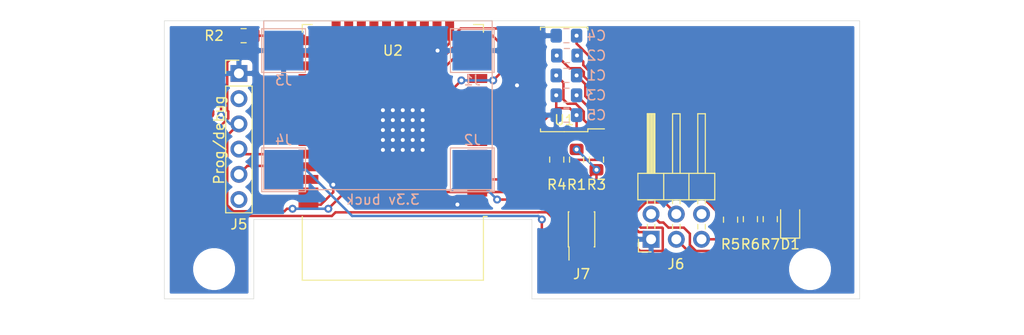
<source format=kicad_pcb>
(kicad_pcb (version 20171130) (host pcbnew "(5.1.2)-2")

  (general
    (thickness 1.6)
    (drawings 18)
    (tracks 251)
    (zones 0)
    (modules 24)
    (nets 57)
  )

  (page A4)
  (title_block
    (title "MEP ESP32")
    (date 2021-12-21)
    (rev 2.00)
    (company www.dabbler.dk)
    (comment 1 "Buck converter must be set around 3.6v")
    (comment 2 "Mount either R3 or R4 (not both!)")
    (comment 3 "The MEP connector legs should not be fully inserted in the PCB")
    (comment 4 "WARNING: The MEP pins does NOT match the MEP documentation")
  )

  (layers
    (0 F.Cu signal)
    (31 B.Cu signal)
    (32 B.Adhes user)
    (33 F.Adhes user)
    (34 B.Paste user)
    (35 F.Paste user)
    (36 B.SilkS user)
    (37 F.SilkS user)
    (38 B.Mask user)
    (39 F.Mask user)
    (40 Dwgs.User user)
    (41 Cmts.User user)
    (42 Eco1.User user)
    (43 Eco2.User user)
    (44 Edge.Cuts user)
    (45 Margin user)
    (46 B.CrtYd user)
    (47 F.CrtYd user)
    (48 B.Fab user)
    (49 F.Fab user)
  )

  (setup
    (last_trace_width 0.25)
    (trace_clearance 0.2)
    (zone_clearance 0.508)
    (zone_45_only no)
    (trace_min 0.2)
    (via_size 0.8)
    (via_drill 0.4)
    (via_min_size 0.4)
    (via_min_drill 0.3)
    (uvia_size 0.3)
    (uvia_drill 0.1)
    (uvias_allowed no)
    (uvia_min_size 0.2)
    (uvia_min_drill 0.1)
    (edge_width 0.05)
    (segment_width 0.2)
    (pcb_text_width 0.3)
    (pcb_text_size 1.5 1.5)
    (mod_edge_width 0.12)
    (mod_text_size 1 1)
    (mod_text_width 0.15)
    (pad_size 5 5)
    (pad_drill 0)
    (pad_to_mask_clearance 0.051)
    (solder_mask_min_width 0.25)
    (aux_axis_origin 0 0)
    (visible_elements 7FFFFFFF)
    (pcbplotparams
      (layerselection 0x010fc_ffffffff)
      (usegerberextensions true)
      (usegerberattributes false)
      (usegerberadvancedattributes false)
      (creategerberjobfile false)
      (excludeedgelayer true)
      (linewidth 0.150000)
      (plotframeref false)
      (viasonmask false)
      (mode 1)
      (useauxorigin false)
      (hpglpennumber 1)
      (hpglpenspeed 20)
      (hpglpendiameter 15.000000)
      (psnegative false)
      (psa4output false)
      (plotreference true)
      (plotvalue false)
      (plotinvisibletext false)
      (padsonsilk false)
      (subtractmaskfromsilk true)
      (outputformat 1)
      (mirror false)
      (drillshape 0)
      (scaleselection 1)
      (outputdirectory "Plots/"))
  )

  (net 0 "")
  (net 1 +3V3)
  (net 2 GND)
  (net 3 ENABLE)
  (net 4 ESP_RXD0)
  (net 5 ESP_TXD0)
  (net 6 TXD)
  (net 7 RXD)
  (net 8 RXD2_TTL)
  (net 9 TXD2_TTL)
  (net 10 ENABLE_TTL)
  (net 11 "Net-(J6-Pad6)")
  (net 12 "Net-(U2-Pad4)")
  (net 13 "Net-(U2-Pad5)")
  (net 14 "Net-(U2-Pad6)")
  (net 15 "Net-(U2-Pad7)")
  (net 16 "Net-(U2-Pad9)")
  (net 17 "Net-(U2-Pad10)")
  (net 18 "Net-(U2-Pad11)")
  (net 19 "Net-(U2-Pad12)")
  (net 20 "Net-(U2-Pad13)")
  (net 21 "Net-(U2-Pad14)")
  (net 22 "Net-(U2-Pad16)")
  (net 23 "Net-(U2-Pad17)")
  (net 24 "Net-(U2-Pad18)")
  (net 25 "Net-(U2-Pad19)")
  (net 26 "Net-(U2-Pad20)")
  (net 27 "Net-(U2-Pad21)")
  (net 28 "Net-(U2-Pad22)")
  (net 29 "Net-(U2-Pad23)")
  (net 30 "Net-(U2-Pad24)")
  (net 31 "Net-(U2-Pad26)")
  (net 32 "Net-(U2-Pad30)")
  (net 33 "Net-(U2-Pad31)")
  (net 34 "Net-(U2-Pad32)")
  (net 35 "Net-(U2-Pad33)")
  (net 36 "Net-(U2-Pad36)")
  (net 37 "Net-(U2-Pad37)")
  (net 38 "Net-(J4-Pad1)")
  (net 39 ESP_PROGRAM)
  (net 40 "Net-(R1-Pad1)")
  (net 41 +24V)
  (net 42 "Net-(J5-Pad2)")
  (net 43 "Net-(J5-Pad6)")
  (net 44 RS3232_ENABLE)
  (net 45 "Net-(C1-Pad1)")
  (net 46 "Net-(C1-Pad2)")
  (net 47 "Net-(C2-Pad2)")
  (net 48 "Net-(C2-Pad1)")
  (net 49 "Net-(C3-Pad1)")
  (net 50 "Net-(C3-Pad2)")
  (net 51 "Net-(C4-Pad2)")
  (net 52 "Net-(D1-Pad1)")
  (net 53 "Net-(D1-Pad2)")
  (net 54 "Net-(R5-Pad1)")
  (net 55 "Net-(R6-Pad1)")
  (net 56 "Net-(U1-Pad12)")

  (net_class Default "This is the default net class."
    (clearance 0.2)
    (trace_width 0.25)
    (via_dia 0.8)
    (via_drill 0.4)
    (uvia_dia 0.3)
    (uvia_drill 0.1)
    (add_net +24V)
    (add_net +3V3)
    (add_net ENABLE)
    (add_net ENABLE_TTL)
    (add_net ESP_PROGRAM)
    (add_net ESP_RXD0)
    (add_net ESP_TXD0)
    (add_net GND)
    (add_net "Net-(C1-Pad1)")
    (add_net "Net-(C1-Pad2)")
    (add_net "Net-(C2-Pad1)")
    (add_net "Net-(C2-Pad2)")
    (add_net "Net-(C3-Pad1)")
    (add_net "Net-(C3-Pad2)")
    (add_net "Net-(C4-Pad2)")
    (add_net "Net-(D1-Pad1)")
    (add_net "Net-(D1-Pad2)")
    (add_net "Net-(J4-Pad1)")
    (add_net "Net-(J5-Pad2)")
    (add_net "Net-(J5-Pad6)")
    (add_net "Net-(J6-Pad6)")
    (add_net "Net-(R1-Pad1)")
    (add_net "Net-(R5-Pad1)")
    (add_net "Net-(R6-Pad1)")
    (add_net "Net-(U1-Pad12)")
    (add_net "Net-(U2-Pad10)")
    (add_net "Net-(U2-Pad11)")
    (add_net "Net-(U2-Pad12)")
    (add_net "Net-(U2-Pad13)")
    (add_net "Net-(U2-Pad14)")
    (add_net "Net-(U2-Pad16)")
    (add_net "Net-(U2-Pad17)")
    (add_net "Net-(U2-Pad18)")
    (add_net "Net-(U2-Pad19)")
    (add_net "Net-(U2-Pad20)")
    (add_net "Net-(U2-Pad21)")
    (add_net "Net-(U2-Pad22)")
    (add_net "Net-(U2-Pad23)")
    (add_net "Net-(U2-Pad24)")
    (add_net "Net-(U2-Pad26)")
    (add_net "Net-(U2-Pad30)")
    (add_net "Net-(U2-Pad31)")
    (add_net "Net-(U2-Pad32)")
    (add_net "Net-(U2-Pad33)")
    (add_net "Net-(U2-Pad36)")
    (add_net "Net-(U2-Pad37)")
    (add_net "Net-(U2-Pad4)")
    (add_net "Net-(U2-Pad5)")
    (add_net "Net-(U2-Pad6)")
    (add_net "Net-(U2-Pad7)")
    (add_net "Net-(U2-Pad9)")
    (add_net RS3232_ENABLE)
    (add_net RXD)
    (add_net RXD2_TTL)
    (add_net TXD)
    (add_net TXD2_TTL)
  )

  (module Connector_PinHeader_2.54mm:PinHeader_2x03_P2.54mm_Horizontal (layer F.Cu) (tedit 59FED5CB) (tstamp 619D64C4)
    (at 226 154 90)
    (descr "Through hole angled pin header, 2x03, 2.54mm pitch, 6mm pin length, double rows")
    (tags "Through hole angled pin header THT 2x03 2.54mm double row")
    (path /60B72313)
    (fp_text reference J6 (at -2.5 2.5 180) (layer F.SilkS)
      (effects (font (size 1 1) (thickness 0.15)))
    )
    (fp_text value "NES Meter MEP" (at 5.655 7.35 90) (layer F.Fab)
      (effects (font (size 1 1) (thickness 0.15)))
    )
    (fp_line (start 4.675 -1.27) (end 6.58 -1.27) (layer F.Fab) (width 0.1))
    (fp_line (start 6.58 -1.27) (end 6.58 6.35) (layer F.Fab) (width 0.1))
    (fp_line (start 6.58 6.35) (end 4.04 6.35) (layer F.Fab) (width 0.1))
    (fp_line (start 4.04 6.35) (end 4.04 -0.635) (layer F.Fab) (width 0.1))
    (fp_line (start 4.04 -0.635) (end 4.675 -1.27) (layer F.Fab) (width 0.1))
    (fp_line (start -0.32 -0.32) (end 4.04 -0.32) (layer F.Fab) (width 0.1))
    (fp_line (start -0.32 -0.32) (end -0.32 0.32) (layer F.Fab) (width 0.1))
    (fp_line (start -0.32 0.32) (end 4.04 0.32) (layer F.Fab) (width 0.1))
    (fp_line (start 6.58 -0.32) (end 12.58 -0.32) (layer F.Fab) (width 0.1))
    (fp_line (start 12.58 -0.32) (end 12.58 0.32) (layer F.Fab) (width 0.1))
    (fp_line (start 6.58 0.32) (end 12.58 0.32) (layer F.Fab) (width 0.1))
    (fp_line (start -0.32 2.22) (end 4.04 2.22) (layer F.Fab) (width 0.1))
    (fp_line (start -0.32 2.22) (end -0.32 2.86) (layer F.Fab) (width 0.1))
    (fp_line (start -0.32 2.86) (end 4.04 2.86) (layer F.Fab) (width 0.1))
    (fp_line (start 6.58 2.22) (end 12.58 2.22) (layer F.Fab) (width 0.1))
    (fp_line (start 12.58 2.22) (end 12.58 2.86) (layer F.Fab) (width 0.1))
    (fp_line (start 6.58 2.86) (end 12.58 2.86) (layer F.Fab) (width 0.1))
    (fp_line (start -0.32 4.76) (end 4.04 4.76) (layer F.Fab) (width 0.1))
    (fp_line (start -0.32 4.76) (end -0.32 5.4) (layer F.Fab) (width 0.1))
    (fp_line (start -0.32 5.4) (end 4.04 5.4) (layer F.Fab) (width 0.1))
    (fp_line (start 6.58 4.76) (end 12.58 4.76) (layer F.Fab) (width 0.1))
    (fp_line (start 12.58 4.76) (end 12.58 5.4) (layer F.Fab) (width 0.1))
    (fp_line (start 6.58 5.4) (end 12.58 5.4) (layer F.Fab) (width 0.1))
    (fp_line (start 3.98 -1.33) (end 3.98 6.41) (layer F.SilkS) (width 0.12))
    (fp_line (start 3.98 6.41) (end 6.64 6.41) (layer F.SilkS) (width 0.12))
    (fp_line (start 6.64 6.41) (end 6.64 -1.33) (layer F.SilkS) (width 0.12))
    (fp_line (start 6.64 -1.33) (end 3.98 -1.33) (layer F.SilkS) (width 0.12))
    (fp_line (start 6.64 -0.38) (end 12.64 -0.38) (layer F.SilkS) (width 0.12))
    (fp_line (start 12.64 -0.38) (end 12.64 0.38) (layer F.SilkS) (width 0.12))
    (fp_line (start 12.64 0.38) (end 6.64 0.38) (layer F.SilkS) (width 0.12))
    (fp_line (start 6.64 -0.32) (end 12.64 -0.32) (layer F.SilkS) (width 0.12))
    (fp_line (start 6.64 -0.2) (end 12.64 -0.2) (layer F.SilkS) (width 0.12))
    (fp_line (start 6.64 -0.08) (end 12.64 -0.08) (layer F.SilkS) (width 0.12))
    (fp_line (start 6.64 0.04) (end 12.64 0.04) (layer F.SilkS) (width 0.12))
    (fp_line (start 6.64 0.16) (end 12.64 0.16) (layer F.SilkS) (width 0.12))
    (fp_line (start 6.64 0.28) (end 12.64 0.28) (layer F.SilkS) (width 0.12))
    (fp_line (start 3.582929 -0.38) (end 3.98 -0.38) (layer F.SilkS) (width 0.12))
    (fp_line (start 3.582929 0.38) (end 3.98 0.38) (layer F.SilkS) (width 0.12))
    (fp_line (start 1.11 -0.38) (end 1.497071 -0.38) (layer F.SilkS) (width 0.12))
    (fp_line (start 1.11 0.38) (end 1.497071 0.38) (layer F.SilkS) (width 0.12))
    (fp_line (start 3.98 1.27) (end 6.64 1.27) (layer F.SilkS) (width 0.12))
    (fp_line (start 6.64 2.16) (end 12.64 2.16) (layer F.SilkS) (width 0.12))
    (fp_line (start 12.64 2.16) (end 12.64 2.92) (layer F.SilkS) (width 0.12))
    (fp_line (start 12.64 2.92) (end 6.64 2.92) (layer F.SilkS) (width 0.12))
    (fp_line (start 3.582929 2.16) (end 3.98 2.16) (layer F.SilkS) (width 0.12))
    (fp_line (start 3.582929 2.92) (end 3.98 2.92) (layer F.SilkS) (width 0.12))
    (fp_line (start 1.042929 2.16) (end 1.497071 2.16) (layer F.SilkS) (width 0.12))
    (fp_line (start 1.042929 2.92) (end 1.497071 2.92) (layer F.SilkS) (width 0.12))
    (fp_line (start 3.98 3.81) (end 6.64 3.81) (layer F.SilkS) (width 0.12))
    (fp_line (start 6.64 4.7) (end 12.64 4.7) (layer F.SilkS) (width 0.12))
    (fp_line (start 12.64 4.7) (end 12.64 5.46) (layer F.SilkS) (width 0.12))
    (fp_line (start 12.64 5.46) (end 6.64 5.46) (layer F.SilkS) (width 0.12))
    (fp_line (start 3.582929 4.7) (end 3.98 4.7) (layer F.SilkS) (width 0.12))
    (fp_line (start 3.582929 5.46) (end 3.98 5.46) (layer F.SilkS) (width 0.12))
    (fp_line (start 1.042929 4.7) (end 1.497071 4.7) (layer F.SilkS) (width 0.12))
    (fp_line (start 1.042929 5.46) (end 1.497071 5.46) (layer F.SilkS) (width 0.12))
    (fp_line (start -1.27 0) (end -1.27 -1.27) (layer F.SilkS) (width 0.12))
    (fp_line (start -1.27 -1.27) (end 0 -1.27) (layer F.SilkS) (width 0.12))
    (fp_line (start -1.8 -1.8) (end -1.8 6.85) (layer F.CrtYd) (width 0.05))
    (fp_line (start -1.8 6.85) (end 13.1 6.85) (layer F.CrtYd) (width 0.05))
    (fp_line (start 13.1 6.85) (end 13.1 -1.8) (layer F.CrtYd) (width 0.05))
    (fp_line (start 13.1 -1.8) (end -1.8 -1.8) (layer F.CrtYd) (width 0.05))
    (fp_text user %R (at 5.31 2.54) (layer F.Fab)
      (effects (font (size 1 1) (thickness 0.15)))
    )
    (pad 1 thru_hole rect (at 0 0 90) (size 1.7 1.7) (drill 1) (layers *.Cu *.Mask)
      (net 2 GND))
    (pad 2 thru_hole oval (at 2.54 0 90) (size 1.7 1.7) (drill 1) (layers *.Cu *.Mask)
      (net 7 RXD))
    (pad 3 thru_hole oval (at 0 2.54 90) (size 1.7 1.7) (drill 1) (layers *.Cu *.Mask)
      (net 3 ENABLE))
    (pad 4 thru_hole oval (at 2.54 2.54 90) (size 1.7 1.7) (drill 1) (layers *.Cu *.Mask)
      (net 41 +24V))
    (pad 5 thru_hole oval (at 0 5.08 90) (size 1.7 1.7) (drill 1) (layers *.Cu *.Mask)
      (net 6 TXD))
    (pad 6 thru_hole oval (at 2.54 5.08 90) (size 1.7 1.7) (drill 1) (layers *.Cu *.Mask)
      (net 11 "Net-(J6-Pad6)"))
    (model ${KISYS3DMOD}/Connector_PinHeader_2.54mm.3dshapes/PinHeader_2x03_P2.54mm_Horizontal.wrl
      (at (xyz 0 0 0))
      (scale (xyz 1 1 1))
      (rotate (xyz 0 0 0))
    )
  )

  (module RF_Module:ESP32-WROOM-32 (layer F.Cu) (tedit 619D38C9) (tstamp 60836213)
    (at 200 142.255 180)
    (descr "Single 2.4 GHz Wi-Fi and Bluetooth combo chip https://www.espressif.com/sites/default/files/documentation/esp32-wroom-32_datasheet_en.pdf")
    (tags "Single 2.4 GHz Wi-Fi and Bluetooth combo  chip")
    (path /60779273)
    (attr smd)
    (fp_text reference U2 (at 0 7.255 180) (layer F.SilkS)
      (effects (font (size 1 1) (thickness 0.15)))
    )
    (fp_text value ESP32-WROOM-32 (at 0 11.5) (layer F.Fab)
      (effects (font (size 1 1) (thickness 0.15)))
    )
    (fp_text user %R (at 0 0) (layer F.Fab)
      (effects (font (size 1 1) (thickness 0.15)))
    )
    (fp_text user "KEEP-OUT ZONE" (at 0 -19) (layer Cmts.User)
      (effects (font (size 1 1) (thickness 0.15)))
    )
    (fp_text user Antenna (at 0 -13) (layer Cmts.User)
      (effects (font (size 1 1) (thickness 0.15)))
    )
    (fp_text user "5 mm" (at 11.8 -14.375) (layer Cmts.User)
      (effects (font (size 0.5 0.5) (thickness 0.1)))
    )
    (fp_text user "5 mm" (at -11.2 -14.375) (layer Cmts.User)
      (effects (font (size 0.5 0.5) (thickness 0.1)))
    )
    (fp_text user "5 mm" (at 7.8 -19.075 90) (layer Cmts.User)
      (effects (font (size 0.5 0.5) (thickness 0.1)))
    )
    (fp_line (start -14 -9.97) (end -14 -20.75) (layer Dwgs.User) (width 0.1))
    (fp_line (start 9 9.76) (end 9 -15.745) (layer F.Fab) (width 0.1))
    (fp_line (start -9 9.76) (end 9 9.76) (layer F.Fab) (width 0.1))
    (fp_line (start -9 -15.745) (end -9 -10.02) (layer F.Fab) (width 0.1))
    (fp_line (start -9 -15.745) (end 9 -15.745) (layer F.Fab) (width 0.1))
    (fp_line (start -9.75 10.5) (end -9.75 -9.72) (layer F.CrtYd) (width 0.05))
    (fp_line (start -9.75 10.5) (end 9.75 10.5) (layer F.CrtYd) (width 0.05))
    (fp_line (start 9.75 -9.72) (end 9.75 10.5) (layer F.CrtYd) (width 0.05))
    (fp_line (start -14.25 -21) (end 14.25 -21) (layer F.CrtYd) (width 0.05))
    (fp_line (start -9 -9.02) (end -9 9.76) (layer F.Fab) (width 0.1))
    (fp_line (start -8.5 -9.52) (end -9 -10.02) (layer F.Fab) (width 0.1))
    (fp_line (start -9 -9.02) (end -8.5 -9.52) (layer F.Fab) (width 0.1))
    (fp_line (start 14 -9.97) (end -14 -9.97) (layer Dwgs.User) (width 0.1))
    (fp_line (start 14 -9.97) (end 14 -20.75) (layer Dwgs.User) (width 0.1))
    (fp_line (start 14 -20.75) (end -14 -20.75) (layer Dwgs.User) (width 0.1))
    (fp_line (start -14.25 -21) (end -14.25 -9.72) (layer F.CrtYd) (width 0.05))
    (fp_line (start 14.25 -21) (end 14.25 -9.72) (layer F.CrtYd) (width 0.05))
    (fp_line (start -14.25 -9.72) (end -9.75 -9.72) (layer F.CrtYd) (width 0.05))
    (fp_line (start 9.75 -9.72) (end 14.25 -9.72) (layer F.CrtYd) (width 0.05))
    (fp_line (start -12.525 -20.75) (end -14 -19.66) (layer Dwgs.User) (width 0.1))
    (fp_line (start -10.525 -20.75) (end -14 -18.045) (layer Dwgs.User) (width 0.1))
    (fp_line (start -8.525 -20.75) (end -14 -16.43) (layer Dwgs.User) (width 0.1))
    (fp_line (start -6.525 -20.75) (end -14 -14.815) (layer Dwgs.User) (width 0.1))
    (fp_line (start -4.525 -20.75) (end -14 -13.2) (layer Dwgs.User) (width 0.1))
    (fp_line (start -2.525 -20.75) (end -14 -11.585) (layer Dwgs.User) (width 0.1))
    (fp_line (start -0.525 -20.75) (end -14 -9.97) (layer Dwgs.User) (width 0.1))
    (fp_line (start 1.475 -20.75) (end -12 -9.97) (layer Dwgs.User) (width 0.1))
    (fp_line (start 3.475 -20.75) (end -10 -9.97) (layer Dwgs.User) (width 0.1))
    (fp_line (start -8 -9.97) (end 5.475 -20.75) (layer Dwgs.User) (width 0.1))
    (fp_line (start 7.475 -20.75) (end -6 -9.97) (layer Dwgs.User) (width 0.1))
    (fp_line (start 9.475 -20.75) (end -4 -9.97) (layer Dwgs.User) (width 0.1))
    (fp_line (start 11.475 -20.75) (end -2 -9.97) (layer Dwgs.User) (width 0.1))
    (fp_line (start 13.475 -20.75) (end 0 -9.97) (layer Dwgs.User) (width 0.1))
    (fp_line (start 14 -19.66) (end 2 -9.97) (layer Dwgs.User) (width 0.1))
    (fp_line (start 14 -18.045) (end 4 -9.97) (layer Dwgs.User) (width 0.1))
    (fp_line (start 14 -16.43) (end 6 -9.97) (layer Dwgs.User) (width 0.1))
    (fp_line (start 14 -14.815) (end 8 -9.97) (layer Dwgs.User) (width 0.1))
    (fp_line (start 14 -13.2) (end 10 -9.97) (layer Dwgs.User) (width 0.1))
    (fp_line (start 14 -11.585) (end 12 -9.97) (layer Dwgs.User) (width 0.1))
    (fp_line (start 9.2 -13.875) (end 13.8 -13.875) (layer Cmts.User) (width 0.1))
    (fp_line (start 13.8 -13.875) (end 13.6 -14.075) (layer Cmts.User) (width 0.1))
    (fp_line (start 13.8 -13.875) (end 13.6 -13.675) (layer Cmts.User) (width 0.1))
    (fp_line (start 9.2 -13.875) (end 9.4 -14.075) (layer Cmts.User) (width 0.1))
    (fp_line (start 9.2 -13.875) (end 9.4 -13.675) (layer Cmts.User) (width 0.1))
    (fp_line (start -13.8 -13.875) (end -13.6 -14.075) (layer Cmts.User) (width 0.1))
    (fp_line (start -13.8 -13.875) (end -13.6 -13.675) (layer Cmts.User) (width 0.1))
    (fp_line (start -9.2 -13.875) (end -9.4 -13.675) (layer Cmts.User) (width 0.1))
    (fp_line (start -13.8 -13.875) (end -9.2 -13.875) (layer Cmts.User) (width 0.1))
    (fp_line (start -9.2 -13.875) (end -9.4 -14.075) (layer Cmts.User) (width 0.1))
    (fp_line (start 8.4 -16) (end 8.2 -16.2) (layer Cmts.User) (width 0.1))
    (fp_line (start 8.4 -16) (end 8.6 -16.2) (layer Cmts.User) (width 0.1))
    (fp_line (start 8.4 -20.6) (end 8.6 -20.4) (layer Cmts.User) (width 0.1))
    (fp_line (start 8.4 -16) (end 8.4 -20.6) (layer Cmts.User) (width 0.1))
    (fp_line (start 8.4 -20.6) (end 8.2 -20.4) (layer Cmts.User) (width 0.1))
    (fp_line (start -9.12 9.1) (end -9.12 9.88) (layer F.SilkS) (width 0.12))
    (fp_line (start -9.12 9.88) (end -8.12 9.88) (layer F.SilkS) (width 0.12))
    (fp_line (start 9.12 9.1) (end 9.12 9.88) (layer F.SilkS) (width 0.12))
    (fp_line (start 9.12 9.88) (end 8.12 9.88) (layer F.SilkS) (width 0.12))
    (fp_line (start -9.12 -15.865) (end 9.12 -15.865) (layer F.SilkS) (width 0.12))
    (fp_line (start 9.12 -15.865) (end 9.12 -9.445) (layer F.SilkS) (width 0.12))
    (fp_line (start -9.12 -15.865) (end -9.12 -9.445) (layer F.SilkS) (width 0.12))
    (fp_line (start -9.12 -9.445) (end -9.5 -9.445) (layer F.SilkS) (width 0.12))
    (pad 39 smd rect (at -1 -0.755 180) (size 5 5) (layers F.Cu F.Paste F.Mask)
      (net 2 GND) (zone_connect 2))
    (pad 1 smd rect (at -8.5 -8.255 180) (size 2 0.9) (layers F.Cu F.Paste F.Mask)
      (net 2 GND))
    (pad 2 smd rect (at -8.5 -6.985 180) (size 2 0.9) (layers F.Cu F.Paste F.Mask)
      (net 1 +3V3))
    (pad 3 smd rect (at -8.5 -5.715 180) (size 2 0.9) (layers F.Cu F.Paste F.Mask)
      (net 40 "Net-(R1-Pad1)"))
    (pad 4 smd rect (at -8.5 -4.445 180) (size 2 0.9) (layers F.Cu F.Paste F.Mask)
      (net 12 "Net-(U2-Pad4)"))
    (pad 5 smd rect (at -8.5 -3.175 180) (size 2 0.9) (layers F.Cu F.Paste F.Mask)
      (net 13 "Net-(U2-Pad5)"))
    (pad 6 smd rect (at -8.5 -1.905 180) (size 2 0.9) (layers F.Cu F.Paste F.Mask)
      (net 14 "Net-(U2-Pad6)"))
    (pad 7 smd rect (at -8.5 -0.635 180) (size 2 0.9) (layers F.Cu F.Paste F.Mask)
      (net 15 "Net-(U2-Pad7)"))
    (pad 8 smd rect (at -8.5 0.635 180) (size 2 0.9) (layers F.Cu F.Paste F.Mask)
      (net 44 RS3232_ENABLE))
    (pad 9 smd rect (at -8.5 1.905 180) (size 2 0.9) (layers F.Cu F.Paste F.Mask)
      (net 16 "Net-(U2-Pad9)"))
    (pad 10 smd rect (at -8.5 3.175 180) (size 2 0.9) (layers F.Cu F.Paste F.Mask)
      (net 17 "Net-(U2-Pad10)"))
    (pad 11 smd rect (at -8.5 4.445 180) (size 2 0.9) (layers F.Cu F.Paste F.Mask)
      (net 18 "Net-(U2-Pad11)"))
    (pad 12 smd rect (at -8.5 5.715 180) (size 2 0.9) (layers F.Cu F.Paste F.Mask)
      (net 19 "Net-(U2-Pad12)"))
    (pad 13 smd rect (at -8.5 6.985 180) (size 2 0.9) (layers F.Cu F.Paste F.Mask)
      (net 20 "Net-(U2-Pad13)"))
    (pad 14 smd rect (at -8.5 8.255 180) (size 2 0.9) (layers F.Cu F.Paste F.Mask)
      (net 21 "Net-(U2-Pad14)"))
    (pad 15 smd rect (at -5.715 9.255 270) (size 2 0.9) (layers F.Cu F.Paste F.Mask)
      (net 2 GND))
    (pad 16 smd rect (at -4.445 9.255 270) (size 2 0.9) (layers F.Cu F.Paste F.Mask)
      (net 22 "Net-(U2-Pad16)"))
    (pad 17 smd rect (at -3.175 9.255 270) (size 2 0.9) (layers F.Cu F.Paste F.Mask)
      (net 23 "Net-(U2-Pad17)"))
    (pad 18 smd rect (at -1.905 9.255 270) (size 2 0.9) (layers F.Cu F.Paste F.Mask)
      (net 24 "Net-(U2-Pad18)"))
    (pad 19 smd rect (at -0.635 9.255 270) (size 2 0.9) (layers F.Cu F.Paste F.Mask)
      (net 25 "Net-(U2-Pad19)"))
    (pad 20 smd rect (at 0.635 9.255 270) (size 2 0.9) (layers F.Cu F.Paste F.Mask)
      (net 26 "Net-(U2-Pad20)"))
    (pad 21 smd rect (at 1.905 9.255 270) (size 2 0.9) (layers F.Cu F.Paste F.Mask)
      (net 27 "Net-(U2-Pad21)"))
    (pad 22 smd rect (at 3.175 9.255 270) (size 2 0.9) (layers F.Cu F.Paste F.Mask)
      (net 28 "Net-(U2-Pad22)"))
    (pad 23 smd rect (at 4.445 9.255 270) (size 2 0.9) (layers F.Cu F.Paste F.Mask)
      (net 29 "Net-(U2-Pad23)"))
    (pad 24 smd rect (at 5.715 9.255 270) (size 2 0.9) (layers F.Cu F.Paste F.Mask)
      (net 30 "Net-(U2-Pad24)"))
    (pad 25 smd rect (at 8.5 8.255 180) (size 2 0.9) (layers F.Cu F.Paste F.Mask)
      (net 39 ESP_PROGRAM))
    (pad 26 smd rect (at 8.5 6.985 180) (size 2 0.9) (layers F.Cu F.Paste F.Mask)
      (net 31 "Net-(U2-Pad26)"))
    (pad 27 smd rect (at 8.5 5.715 180) (size 2 0.9) (layers F.Cu F.Paste F.Mask)
      (net 8 RXD2_TTL))
    (pad 28 smd rect (at 8.5 4.445 180) (size 2 0.9) (layers F.Cu F.Paste F.Mask)
      (net 9 TXD2_TTL))
    (pad 29 smd rect (at 8.5 3.175 180) (size 2 0.9) (layers F.Cu F.Paste F.Mask)
      (net 10 ENABLE_TTL))
    (pad 30 smd rect (at 8.5 1.905 180) (size 2 0.9) (layers F.Cu F.Paste F.Mask)
      (net 32 "Net-(U2-Pad30)"))
    (pad 31 smd rect (at 8.5 0.635 180) (size 2 0.9) (layers F.Cu F.Paste F.Mask)
      (net 33 "Net-(U2-Pad31)"))
    (pad 32 smd rect (at 8.5 -0.635 180) (size 2 0.9) (layers F.Cu F.Paste F.Mask)
      (net 34 "Net-(U2-Pad32)"))
    (pad 33 smd rect (at 8.5 -1.905 180) (size 2 0.9) (layers F.Cu F.Paste F.Mask)
      (net 35 "Net-(U2-Pad33)"))
    (pad 34 smd rect (at 8.5 -3.175 180) (size 2 0.9) (layers F.Cu F.Paste F.Mask)
      (net 4 ESP_RXD0))
    (pad 35 smd rect (at 8.5 -4.445 180) (size 2 0.9) (layers F.Cu F.Paste F.Mask)
      (net 5 ESP_TXD0))
    (pad 36 smd rect (at 8.5 -5.715 180) (size 2 0.9) (layers F.Cu F.Paste F.Mask)
      (net 36 "Net-(U2-Pad36)"))
    (pad 37 smd rect (at 8.5 -6.985 180) (size 2 0.9) (layers F.Cu F.Paste F.Mask)
      (net 37 "Net-(U2-Pad37)"))
    (pad 38 smd rect (at 8.5 -8.255 180) (size 2 0.9) (layers F.Cu F.Paste F.Mask)
      (net 2 GND))
    (model ${KISYS3DMOD}/RF_Module.3dshapes/ESP32-WROOM-32.wrl
      (at (xyz 0 0 0))
      (scale (xyz 1 1 1))
      (rotate (xyz 0 0 0))
    )
  )

  (module MountingHole:MountingHole_3.2mm_M3_DIN965 (layer F.Cu) (tedit 56D1B4CB) (tstamp 608357AE)
    (at 242 157)
    (descr "Mounting Hole 3.2mm, no annular, M3, DIN965")
    (tags "mounting hole 3.2mm no annular m3 din965")
    (attr virtual)
    (fp_text reference REF** (at 0 0) (layer F.SilkS) hide
      (effects (font (size 1 1) (thickness 0.15)))
    )
    (fp_text value MountingHole_3.2mm_M3_DIN965 (at 9 4) (layer F.Fab)
      (effects (font (size 1 1) (thickness 0.15)))
    )
    (fp_circle (center 0 0) (end 3.05 0) (layer F.CrtYd) (width 0.05))
    (fp_circle (center 0 0) (end 2.8 0) (layer Cmts.User) (width 0.15))
    (fp_text user %R (at 0.3 0) (layer F.Fab)
      (effects (font (size 1 1) (thickness 0.15)))
    )
    (pad 1 np_thru_hole circle (at 0 0) (size 3.2 3.2) (drill 3.2) (layers *.Cu *.Mask))
  )

  (module MountingHole:MountingHole_3.2mm_M3_DIN965 (layer F.Cu) (tedit 56D1B4CB) (tstamp 608357D8)
    (at 182 157)
    (descr "Mounting Hole 3.2mm, no annular, M3, DIN965")
    (tags "mounting hole 3.2mm no annular m3 din965")
    (attr virtual)
    (fp_text reference REF** (at 0 0) (layer F.SilkS) hide
      (effects (font (size 1 1) (thickness 0.15)))
    )
    (fp_text value MountingHole_3.2mm_M3_DIN965 (at -9 4.2) (layer F.Fab)
      (effects (font (size 1 1) (thickness 0.15)))
    )
    (fp_circle (center 0 0) (end 3.05 0) (layer F.CrtYd) (width 0.05))
    (fp_circle (center 0 0) (end 2.8 0) (layer Cmts.User) (width 0.15))
    (fp_text user %R (at 0.3 0) (layer F.Fab)
      (effects (font (size 1 1) (thickness 0.15)))
    )
    (pad 1 np_thru_hole circle (at 0 0) (size 3.2 3.2) (drill 3.2) (layers *.Cu *.Mask))
  )

  (module Connector_PinHeader_2.54mm:PinHeader_1x06_P2.54mm_Vertical (layer F.Cu) (tedit 59FED5CC) (tstamp 6085DB0F)
    (at 184.5 137.3)
    (descr "Through hole straight pin header, 1x06, 2.54mm pitch, single row")
    (tags "Through hole pin header THT 1x06 2.54mm single row")
    (path /607E2E6D)
    (fp_text reference J5 (at 0 15.2) (layer F.SilkS)
      (effects (font (size 1 1) (thickness 0.15)))
    )
    (fp_text value Prog/debug (at -2 6.7 270) (layer F.SilkS)
      (effects (font (size 1 1) (thickness 0.15)))
    )
    (fp_line (start -0.635 -1.27) (end 1.27 -1.27) (layer F.Fab) (width 0.1))
    (fp_line (start 1.27 -1.27) (end 1.27 13.97) (layer F.Fab) (width 0.1))
    (fp_line (start 1.27 13.97) (end -1.27 13.97) (layer F.Fab) (width 0.1))
    (fp_line (start -1.27 13.97) (end -1.27 -0.635) (layer F.Fab) (width 0.1))
    (fp_line (start -1.27 -0.635) (end -0.635 -1.27) (layer F.Fab) (width 0.1))
    (fp_line (start -1.33 14.03) (end 1.33 14.03) (layer F.SilkS) (width 0.12))
    (fp_line (start -1.33 1.27) (end -1.33 14.03) (layer F.SilkS) (width 0.12))
    (fp_line (start 1.33 1.27) (end 1.33 14.03) (layer F.SilkS) (width 0.12))
    (fp_line (start -1.33 1.27) (end 1.33 1.27) (layer F.SilkS) (width 0.12))
    (fp_line (start -1.33 0) (end -1.33 -1.33) (layer F.SilkS) (width 0.12))
    (fp_line (start -1.33 -1.33) (end 0 -1.33) (layer F.SilkS) (width 0.12))
    (fp_line (start -1.8 -1.8) (end -1.8 14.5) (layer F.CrtYd) (width 0.05))
    (fp_line (start -1.8 14.5) (end 1.8 14.5) (layer F.CrtYd) (width 0.05))
    (fp_line (start 1.8 14.5) (end 1.8 -1.8) (layer F.CrtYd) (width 0.05))
    (fp_line (start 1.8 -1.8) (end -1.8 -1.8) (layer F.CrtYd) (width 0.05))
    (fp_text user %R (at 0 6.35 90) (layer F.Fab)
      (effects (font (size 1 1) (thickness 0.15)))
    )
    (pad 1 thru_hole rect (at 0 0) (size 1.7 1.7) (drill 1) (layers *.Cu *.Mask)
      (net 2 GND))
    (pad 2 thru_hole oval (at 0 2.54) (size 1.7 1.7) (drill 1) (layers *.Cu *.Mask)
      (net 42 "Net-(J5-Pad2)"))
    (pad 3 thru_hole oval (at 0 5.08) (size 1.7 1.7) (drill 1) (layers *.Cu *.Mask)
      (net 1 +3V3))
    (pad 4 thru_hole oval (at 0 7.62) (size 1.7 1.7) (drill 1) (layers *.Cu *.Mask)
      (net 4 ESP_RXD0))
    (pad 5 thru_hole oval (at 0 10.16) (size 1.7 1.7) (drill 1) (layers *.Cu *.Mask)
      (net 5 ESP_TXD0))
    (pad 6 thru_hole oval (at 0 12.7) (size 1.7 1.7) (drill 1) (layers *.Cu *.Mask)
      (net 43 "Net-(J5-Pad6)"))
    (model ${KISYS3DMOD}/Connector_PinHeader_2.54mm.3dshapes/PinHeader_1x06_P2.54mm_Vertical.wrl
      (at (xyz 0 0 0))
      (scale (xyz 1 1 1))
      (rotate (xyz 0 0 0))
    )
  )

  (module TestPoint:TestPoint_Pad_4.0x4.0mm (layer B.Cu) (tedit 5A0F774F) (tstamp 6086414E)
    (at 208 135)
    (descr "SMD rectangular pad as test Point, square 4.0mm side length")
    (tags "test point SMD pad rectangle square")
    (path /60735846)
    (attr virtual)
    (fp_text reference J1 (at 0 3 180) (layer B.SilkS)
      (effects (font (size 1 1) (thickness 0.15)) (justify mirror))
    )
    (fp_text value "Buck GND input" (at 0 -3.1) (layer B.Fab)
      (effects (font (size 1 1) (thickness 0.15)) (justify mirror))
    )
    (fp_line (start 2.5 -2.5) (end -2.5 -2.5) (layer B.CrtYd) (width 0.05))
    (fp_line (start 2.5 -2.5) (end 2.5 2.5) (layer B.CrtYd) (width 0.05))
    (fp_line (start -2.5 2.5) (end -2.5 -2.5) (layer B.CrtYd) (width 0.05))
    (fp_line (start -2.5 2.5) (end 2.5 2.5) (layer B.CrtYd) (width 0.05))
    (fp_line (start -2.2 -2.2) (end -2.2 2.2) (layer B.SilkS) (width 0.12))
    (fp_line (start 2.2 -2.2) (end -2.2 -2.2) (layer B.SilkS) (width 0.12))
    (fp_line (start 2.2 2.2) (end 2.2 -2.2) (layer B.SilkS) (width 0.12))
    (fp_line (start -2.2 2.2) (end 2.2 2.2) (layer B.SilkS) (width 0.12))
    (fp_text user %R (at 0 2.9) (layer B.Fab)
      (effects (font (size 1 1) (thickness 0.15)) (justify mirror))
    )
    (pad 1 smd rect (at 0 0) (size 4 4) (layers B.Cu B.Mask)
      (net 2 GND))
  )

  (module TestPoint:TestPoint_Pad_4.0x4.0mm (layer B.Cu) (tedit 5A0F774F) (tstamp 619D2237)
    (at 208 147)
    (descr "SMD rectangular pad as test Point, square 4.0mm side length")
    (tags "test point SMD pad rectangle square")
    (path /607340DB)
    (attr virtual)
    (fp_text reference J2 (at 0 -3 180) (layer B.SilkS)
      (effects (font (size 1 1) (thickness 0.15)) (justify mirror))
    )
    (fp_text value "Buck +24v input" (at 0 -3.1) (layer B.Fab)
      (effects (font (size 1 1) (thickness 0.15)) (justify mirror))
    )
    (fp_text user %R (at 0 2.9) (layer B.Fab)
      (effects (font (size 1 1) (thickness 0.15)) (justify mirror))
    )
    (fp_line (start -2.2 2.2) (end 2.2 2.2) (layer B.SilkS) (width 0.12))
    (fp_line (start 2.2 2.2) (end 2.2 -2.2) (layer B.SilkS) (width 0.12))
    (fp_line (start 2.2 -2.2) (end -2.2 -2.2) (layer B.SilkS) (width 0.12))
    (fp_line (start -2.2 -2.2) (end -2.2 2.2) (layer B.SilkS) (width 0.12))
    (fp_line (start -2.5 2.5) (end 2.5 2.5) (layer B.CrtYd) (width 0.05))
    (fp_line (start -2.5 2.5) (end -2.5 -2.5) (layer B.CrtYd) (width 0.05))
    (fp_line (start 2.5 -2.5) (end 2.5 2.5) (layer B.CrtYd) (width 0.05))
    (fp_line (start 2.5 -2.5) (end -2.5 -2.5) (layer B.CrtYd) (width 0.05))
    (pad 1 smd rect (at 0 0) (size 4 4) (layers B.Cu B.Mask)
      (net 41 +24V))
  )

  (module TestPoint:TestPoint_Pad_4.0x4.0mm (layer B.Cu) (tedit 5A0F774F) (tstamp 60864168)
    (at 189 135)
    (descr "SMD rectangular pad as test Point, square 4.0mm side length")
    (tags "test point SMD pad rectangle square")
    (path /607351B4)
    (attr virtual)
    (fp_text reference J3 (at 0 3 180) (layer B.SilkS)
      (effects (font (size 1 1) (thickness 0.15)) (justify mirror))
    )
    (fp_text value "Buck GND output" (at 0 -3.1) (layer B.Fab)
      (effects (font (size 1 1) (thickness 0.15)) (justify mirror))
    )
    (fp_line (start 2.5 -2.5) (end -2.5 -2.5) (layer B.CrtYd) (width 0.05))
    (fp_line (start 2.5 -2.5) (end 2.5 2.5) (layer B.CrtYd) (width 0.05))
    (fp_line (start -2.5 2.5) (end -2.5 -2.5) (layer B.CrtYd) (width 0.05))
    (fp_line (start -2.5 2.5) (end 2.5 2.5) (layer B.CrtYd) (width 0.05))
    (fp_line (start -2.2 -2.2) (end -2.2 2.2) (layer B.SilkS) (width 0.12))
    (fp_line (start 2.2 -2.2) (end -2.2 -2.2) (layer B.SilkS) (width 0.12))
    (fp_line (start 2.2 2.2) (end 2.2 -2.2) (layer B.SilkS) (width 0.12))
    (fp_line (start -2.2 2.2) (end 2.2 2.2) (layer B.SilkS) (width 0.12))
    (fp_text user %R (at 0 2.9) (layer B.Fab)
      (effects (font (size 1 1) (thickness 0.15)) (justify mirror))
    )
    (pad 1 smd rect (at 0 0) (size 4 4) (layers B.Cu B.Mask)
      (net 2 GND))
  )

  (module TestPoint:TestPoint_Pad_4.0x4.0mm (layer B.Cu) (tedit 5A0F774F) (tstamp 60864175)
    (at 189 147)
    (descr "SMD rectangular pad as test Point, square 4.0mm side length")
    (tags "test point SMD pad rectangle square")
    (path /607354A8)
    (attr virtual)
    (fp_text reference J4 (at 0 -3) (layer B.SilkS)
      (effects (font (size 1 1) (thickness 0.15)) (justify mirror))
    )
    (fp_text value "Buck +3v3 output (see note)" (at 0 -3.1) (layer B.Fab)
      (effects (font (size 1 1) (thickness 0.15)) (justify mirror))
    )
    (fp_text user %R (at 0 2.9) (layer B.Fab)
      (effects (font (size 1 1) (thickness 0.15)) (justify mirror))
    )
    (fp_line (start -2.2 2.2) (end 2.2 2.2) (layer B.SilkS) (width 0.12))
    (fp_line (start 2.2 2.2) (end 2.2 -2.2) (layer B.SilkS) (width 0.12))
    (fp_line (start 2.2 -2.2) (end -2.2 -2.2) (layer B.SilkS) (width 0.12))
    (fp_line (start -2.2 -2.2) (end -2.2 2.2) (layer B.SilkS) (width 0.12))
    (fp_line (start -2.5 2.5) (end 2.5 2.5) (layer B.CrtYd) (width 0.05))
    (fp_line (start -2.5 2.5) (end -2.5 -2.5) (layer B.CrtYd) (width 0.05))
    (fp_line (start 2.5 -2.5) (end 2.5 2.5) (layer B.CrtYd) (width 0.05))
    (fp_line (start 2.5 -2.5) (end -2.5 -2.5) (layer B.CrtYd) (width 0.05))
    (pad 1 smd rect (at 0 0) (size 4 4) (layers B.Cu B.Mask)
      (net 38 "Net-(J4-Pad1)"))
  )

  (module Capacitor_SMD:C_0805_2012Metric_Pad1.15x1.40mm_HandSolder (layer B.Cu) (tedit 5B36C52B) (tstamp 619D63FC)
    (at 217.475 137.5)
    (descr "Capacitor SMD 0805 (2012 Metric), square (rectangular) end terminal, IPC_7351 nominal with elongated pad for handsoldering. (Body size source: https://docs.google.com/spreadsheets/d/1BsfQQcO9C6DZCsRaXUlFlo91Tg2WpOkGARC1WS5S8t0/edit?usp=sharing), generated with kicad-footprint-generator")
    (tags "capacitor handsolder")
    (path /6074C960)
    (attr smd)
    (fp_text reference C1 (at 3.025 0 180) (layer B.SilkS)
      (effects (font (size 1 1) (thickness 0.15)) (justify mirror))
    )
    (fp_text value 100nF (at 0 -1.65 180) (layer B.Fab)
      (effects (font (size 1 1) (thickness 0.15)) (justify mirror))
    )
    (fp_line (start -1 -0.6) (end -1 0.6) (layer B.Fab) (width 0.1))
    (fp_line (start -1 0.6) (end 1 0.6) (layer B.Fab) (width 0.1))
    (fp_line (start 1 0.6) (end 1 -0.6) (layer B.Fab) (width 0.1))
    (fp_line (start 1 -0.6) (end -1 -0.6) (layer B.Fab) (width 0.1))
    (fp_line (start -0.261252 0.71) (end 0.261252 0.71) (layer B.SilkS) (width 0.12))
    (fp_line (start -0.261252 -0.71) (end 0.261252 -0.71) (layer B.SilkS) (width 0.12))
    (fp_line (start -1.85 -0.95) (end -1.85 0.95) (layer B.CrtYd) (width 0.05))
    (fp_line (start -1.85 0.95) (end 1.85 0.95) (layer B.CrtYd) (width 0.05))
    (fp_line (start 1.85 0.95) (end 1.85 -0.95) (layer B.CrtYd) (width 0.05))
    (fp_line (start 1.85 -0.95) (end -1.85 -0.95) (layer B.CrtYd) (width 0.05))
    (fp_text user %R (at 0 0 180) (layer B.Fab)
      (effects (font (size 0.5 0.5) (thickness 0.08)) (justify mirror))
    )
    (pad 1 smd roundrect (at -1.025 0) (size 1.15 1.4) (layers B.Cu B.Paste B.Mask) (roundrect_rratio 0.217391)
      (net 45 "Net-(C1-Pad1)"))
    (pad 2 smd roundrect (at 1.025 0) (size 1.15 1.4) (layers B.Cu B.Paste B.Mask) (roundrect_rratio 0.217391)
      (net 46 "Net-(C1-Pad2)"))
    (model ${KISYS3DMOD}/Capacitor_SMD.3dshapes/C_0805_2012Metric.wrl
      (at (xyz 0 0 0))
      (scale (xyz 1 1 1))
      (rotate (xyz 0 0 0))
    )
  )

  (module Capacitor_SMD:C_0805_2012Metric_Pad1.15x1.40mm_HandSolder (layer B.Cu) (tedit 5B36C52B) (tstamp 619D639C)
    (at 217.525 135.5)
    (descr "Capacitor SMD 0805 (2012 Metric), square (rectangular) end terminal, IPC_7351 nominal with elongated pad for handsoldering. (Body size source: https://docs.google.com/spreadsheets/d/1BsfQQcO9C6DZCsRaXUlFlo91Tg2WpOkGARC1WS5S8t0/edit?usp=sharing), generated with kicad-footprint-generator")
    (tags "capacitor handsolder")
    (path /6074D775)
    (attr smd)
    (fp_text reference C2 (at 2.975 0 180) (layer B.SilkS)
      (effects (font (size 1 1) (thickness 0.15)) (justify mirror))
    )
    (fp_text value 100nF (at 0 -1.65 180) (layer B.Fab)
      (effects (font (size 1 1) (thickness 0.15)) (justify mirror))
    )
    (fp_text user %R (at 0 0 180) (layer B.Fab)
      (effects (font (size 0.5 0.5) (thickness 0.08)) (justify mirror))
    )
    (fp_line (start 1.85 -0.95) (end -1.85 -0.95) (layer B.CrtYd) (width 0.05))
    (fp_line (start 1.85 0.95) (end 1.85 -0.95) (layer B.CrtYd) (width 0.05))
    (fp_line (start -1.85 0.95) (end 1.85 0.95) (layer B.CrtYd) (width 0.05))
    (fp_line (start -1.85 -0.95) (end -1.85 0.95) (layer B.CrtYd) (width 0.05))
    (fp_line (start -0.261252 -0.71) (end 0.261252 -0.71) (layer B.SilkS) (width 0.12))
    (fp_line (start -0.261252 0.71) (end 0.261252 0.71) (layer B.SilkS) (width 0.12))
    (fp_line (start 1 -0.6) (end -1 -0.6) (layer B.Fab) (width 0.1))
    (fp_line (start 1 0.6) (end 1 -0.6) (layer B.Fab) (width 0.1))
    (fp_line (start -1 0.6) (end 1 0.6) (layer B.Fab) (width 0.1))
    (fp_line (start -1 -0.6) (end -1 0.6) (layer B.Fab) (width 0.1))
    (pad 2 smd roundrect (at 1.025 0) (size 1.15 1.4) (layers B.Cu B.Paste B.Mask) (roundrect_rratio 0.217391)
      (net 47 "Net-(C2-Pad2)"))
    (pad 1 smd roundrect (at -1.025 0) (size 1.15 1.4) (layers B.Cu B.Paste B.Mask) (roundrect_rratio 0.217391)
      (net 48 "Net-(C2-Pad1)"))
    (model ${KISYS3DMOD}/Capacitor_SMD.3dshapes/C_0805_2012Metric.wrl
      (at (xyz 0 0 0))
      (scale (xyz 1 1 1))
      (rotate (xyz 0 0 0))
    )
  )

  (module Capacitor_SMD:C_0805_2012Metric_Pad1.15x1.40mm_HandSolder (layer B.Cu) (tedit 5B36C52B) (tstamp 619D642C)
    (at 217.475 139.5)
    (descr "Capacitor SMD 0805 (2012 Metric), square (rectangular) end terminal, IPC_7351 nominal with elongated pad for handsoldering. (Body size source: https://docs.google.com/spreadsheets/d/1BsfQQcO9C6DZCsRaXUlFlo91Tg2WpOkGARC1WS5S8t0/edit?usp=sharing), generated with kicad-footprint-generator")
    (tags "capacitor handsolder")
    (path /6074DD2D)
    (attr smd)
    (fp_text reference C3 (at 3.025 0) (layer B.SilkS)
      (effects (font (size 1 1) (thickness 0.15)) (justify mirror))
    )
    (fp_text value 100nF (at 0 -1.65) (layer B.Fab)
      (effects (font (size 1 1) (thickness 0.15)) (justify mirror))
    )
    (fp_line (start -1 -0.6) (end -1 0.6) (layer B.Fab) (width 0.1))
    (fp_line (start -1 0.6) (end 1 0.6) (layer B.Fab) (width 0.1))
    (fp_line (start 1 0.6) (end 1 -0.6) (layer B.Fab) (width 0.1))
    (fp_line (start 1 -0.6) (end -1 -0.6) (layer B.Fab) (width 0.1))
    (fp_line (start -0.261252 0.71) (end 0.261252 0.71) (layer B.SilkS) (width 0.12))
    (fp_line (start -0.261252 -0.71) (end 0.261252 -0.71) (layer B.SilkS) (width 0.12))
    (fp_line (start -1.85 -0.95) (end -1.85 0.95) (layer B.CrtYd) (width 0.05))
    (fp_line (start -1.85 0.95) (end 1.85 0.95) (layer B.CrtYd) (width 0.05))
    (fp_line (start 1.85 0.95) (end 1.85 -0.95) (layer B.CrtYd) (width 0.05))
    (fp_line (start 1.85 -0.95) (end -1.85 -0.95) (layer B.CrtYd) (width 0.05))
    (fp_text user %R (at 0 0) (layer B.Fab)
      (effects (font (size 0.5 0.5) (thickness 0.08)) (justify mirror))
    )
    (pad 1 smd roundrect (at -1.025 0) (size 1.15 1.4) (layers B.Cu B.Paste B.Mask) (roundrect_rratio 0.217391)
      (net 49 "Net-(C3-Pad1)"))
    (pad 2 smd roundrect (at 1.025 0) (size 1.15 1.4) (layers B.Cu B.Paste B.Mask) (roundrect_rratio 0.217391)
      (net 50 "Net-(C3-Pad2)"))
    (model ${KISYS3DMOD}/Capacitor_SMD.3dshapes/C_0805_2012Metric.wrl
      (at (xyz 0 0 0))
      (scale (xyz 1 1 1))
      (rotate (xyz 0 0 0))
    )
  )

  (module Capacitor_SMD:C_0805_2012Metric_Pad1.15x1.40mm_HandSolder (layer B.Cu) (tedit 5B36C52B) (tstamp 619D63CC)
    (at 217.475 133.5)
    (descr "Capacitor SMD 0805 (2012 Metric), square (rectangular) end terminal, IPC_7351 nominal with elongated pad for handsoldering. (Body size source: https://docs.google.com/spreadsheets/d/1BsfQQcO9C6DZCsRaXUlFlo91Tg2WpOkGARC1WS5S8t0/edit?usp=sharing), generated with kicad-footprint-generator")
    (tags "capacitor handsolder")
    (path /60752A32)
    (attr smd)
    (fp_text reference C4 (at 3.025 0) (layer B.SilkS)
      (effects (font (size 1 1) (thickness 0.15)) (justify mirror))
    )
    (fp_text value 100nF (at 0 -1.65) (layer B.Fab)
      (effects (font (size 1 1) (thickness 0.15)) (justify mirror))
    )
    (fp_line (start -1 -0.6) (end -1 0.6) (layer B.Fab) (width 0.1))
    (fp_line (start -1 0.6) (end 1 0.6) (layer B.Fab) (width 0.1))
    (fp_line (start 1 0.6) (end 1 -0.6) (layer B.Fab) (width 0.1))
    (fp_line (start 1 -0.6) (end -1 -0.6) (layer B.Fab) (width 0.1))
    (fp_line (start -0.261252 0.71) (end 0.261252 0.71) (layer B.SilkS) (width 0.12))
    (fp_line (start -0.261252 -0.71) (end 0.261252 -0.71) (layer B.SilkS) (width 0.12))
    (fp_line (start -1.85 -0.95) (end -1.85 0.95) (layer B.CrtYd) (width 0.05))
    (fp_line (start -1.85 0.95) (end 1.85 0.95) (layer B.CrtYd) (width 0.05))
    (fp_line (start 1.85 0.95) (end 1.85 -0.95) (layer B.CrtYd) (width 0.05))
    (fp_line (start 1.85 -0.95) (end -1.85 -0.95) (layer B.CrtYd) (width 0.05))
    (fp_text user %R (at 0 0) (layer B.Fab)
      (effects (font (size 0.5 0.5) (thickness 0.08)) (justify mirror))
    )
    (pad 1 smd roundrect (at -1.025 0) (size 1.15 1.4) (layers B.Cu B.Paste B.Mask) (roundrect_rratio 0.217391)
      (net 2 GND))
    (pad 2 smd roundrect (at 1.025 0) (size 1.15 1.4) (layers B.Cu B.Paste B.Mask) (roundrect_rratio 0.217391)
      (net 51 "Net-(C4-Pad2)"))
    (model ${KISYS3DMOD}/Capacitor_SMD.3dshapes/C_0805_2012Metric.wrl
      (at (xyz 0 0 0))
      (scale (xyz 1 1 1))
      (rotate (xyz 0 0 0))
    )
  )

  (module Capacitor_SMD:C_0805_2012Metric_Pad1.15x1.40mm_HandSolder (layer B.Cu) (tedit 5B36C52B) (tstamp 619D645C)
    (at 217.475 141.5 180)
    (descr "Capacitor SMD 0805 (2012 Metric), square (rectangular) end terminal, IPC_7351 nominal with elongated pad for handsoldering. (Body size source: https://docs.google.com/spreadsheets/d/1BsfQQcO9C6DZCsRaXUlFlo91Tg2WpOkGARC1WS5S8t0/edit?usp=sharing), generated with kicad-footprint-generator")
    (tags "capacitor handsolder")
    (path /6075101E)
    (attr smd)
    (fp_text reference C5 (at -3.025 0 180) (layer B.SilkS)
      (effects (font (size 1 1) (thickness 0.15)) (justify mirror))
    )
    (fp_text value 100nF (at 0 -1.65 180) (layer B.Fab)
      (effects (font (size 1 1) (thickness 0.15)) (justify mirror))
    )
    (fp_text user %R (at 0 0 180) (layer B.Fab)
      (effects (font (size 0.5 0.5) (thickness 0.08)) (justify mirror))
    )
    (fp_line (start 1.85 -0.95) (end -1.85 -0.95) (layer B.CrtYd) (width 0.05))
    (fp_line (start 1.85 0.95) (end 1.85 -0.95) (layer B.CrtYd) (width 0.05))
    (fp_line (start -1.85 0.95) (end 1.85 0.95) (layer B.CrtYd) (width 0.05))
    (fp_line (start -1.85 -0.95) (end -1.85 0.95) (layer B.CrtYd) (width 0.05))
    (fp_line (start -0.261252 -0.71) (end 0.261252 -0.71) (layer B.SilkS) (width 0.12))
    (fp_line (start -0.261252 0.71) (end 0.261252 0.71) (layer B.SilkS) (width 0.12))
    (fp_line (start 1 -0.6) (end -1 -0.6) (layer B.Fab) (width 0.1))
    (fp_line (start 1 0.6) (end 1 -0.6) (layer B.Fab) (width 0.1))
    (fp_line (start -1 0.6) (end 1 0.6) (layer B.Fab) (width 0.1))
    (fp_line (start -1 -0.6) (end -1 0.6) (layer B.Fab) (width 0.1))
    (pad 2 smd roundrect (at 1.025 0 180) (size 1.15 1.4) (layers B.Cu B.Paste B.Mask) (roundrect_rratio 0.217391)
      (net 2 GND))
    (pad 1 smd roundrect (at -1.025 0 180) (size 1.15 1.4) (layers B.Cu B.Paste B.Mask) (roundrect_rratio 0.217391)
      (net 49 "Net-(C3-Pad1)"))
    (model ${KISYS3DMOD}/Capacitor_SMD.3dshapes/C_0805_2012Metric.wrl
      (at (xyz 0 0 0))
      (scale (xyz 1 1 1))
      (rotate (xyz 0 0 0))
    )
  )

  (module Diode_SMD:D_0805_2012Metric_Pad1.15x1.40mm_HandSolder (layer F.Cu) (tedit 5B4B45C8) (tstamp 619D48DF)
    (at 240 152.025 90)
    (descr "Diode SMD 0805 (2012 Metric), square (rectangular) end terminal, IPC_7351 nominal, (Body size source: https://docs.google.com/spreadsheets/d/1BsfQQcO9C6DZCsRaXUlFlo91Tg2WpOkGARC1WS5S8t0/edit?usp=sharing), generated with kicad-footprint-generator")
    (tags "diode handsolder")
    (path /6076890E)
    (attr smd)
    (fp_text reference D1 (at -2.475 0 180) (layer F.SilkS)
      (effects (font (size 1 1) (thickness 0.15)))
    )
    (fp_text value 1N4007 (at 0 1.65 90) (layer F.Fab)
      (effects (font (size 1 1) (thickness 0.15)))
    )
    (fp_line (start 1 -0.6) (end -0.7 -0.6) (layer F.Fab) (width 0.1))
    (fp_line (start -0.7 -0.6) (end -1 -0.3) (layer F.Fab) (width 0.1))
    (fp_line (start -1 -0.3) (end -1 0.6) (layer F.Fab) (width 0.1))
    (fp_line (start -1 0.6) (end 1 0.6) (layer F.Fab) (width 0.1))
    (fp_line (start 1 0.6) (end 1 -0.6) (layer F.Fab) (width 0.1))
    (fp_line (start 1 -0.96) (end -1.86 -0.96) (layer F.SilkS) (width 0.12))
    (fp_line (start -1.86 -0.96) (end -1.86 0.96) (layer F.SilkS) (width 0.12))
    (fp_line (start -1.86 0.96) (end 1 0.96) (layer F.SilkS) (width 0.12))
    (fp_line (start -1.85 0.95) (end -1.85 -0.95) (layer F.CrtYd) (width 0.05))
    (fp_line (start -1.85 -0.95) (end 1.85 -0.95) (layer F.CrtYd) (width 0.05))
    (fp_line (start 1.85 -0.95) (end 1.85 0.95) (layer F.CrtYd) (width 0.05))
    (fp_line (start 1.85 0.95) (end -1.85 0.95) (layer F.CrtYd) (width 0.05))
    (fp_text user %R (at 0 0 90) (layer F.Fab)
      (effects (font (size 0.5 0.5) (thickness 0.08)))
    )
    (pad 1 smd roundrect (at -1.025 0 90) (size 1.15 1.4) (layers F.Cu F.Paste F.Mask) (roundrect_rratio 0.217391)
      (net 52 "Net-(D1-Pad1)"))
    (pad 2 smd roundrect (at 1.025 0 90) (size 1.15 1.4) (layers F.Cu F.Paste F.Mask) (roundrect_rratio 0.217391)
      (net 53 "Net-(D1-Pad2)"))
    (model ${KISYS3DMOD}/Diode_SMD.3dshapes/D_0805_2012Metric.wrl
      (at (xyz 0 0 0))
      (scale (xyz 1 1 1))
      (rotate (xyz 0 0 0))
    )
  )

  (module Connector_PinHeader_1.27mm:PinHeader_2x02_P1.27mm_Vertical_SMD (layer F.Cu) (tedit 59FED6E3) (tstamp 619D4904)
    (at 219 153 90)
    (descr "surface-mounted straight pin header, 2x02, 1.27mm pitch, double rows")
    (tags "Surface mounted pin header SMD 2x02 1.27mm double row")
    (path /6087D08D)
    (attr smd)
    (fp_text reference J7 (at -4.5 0 180) (layer F.SilkS)
      (effects (font (size 1 1) (thickness 0.15)))
    )
    (fp_text value " " (at 0 2.33 90) (layer F.Fab) hide
      (effects (font (size 1 1) (thickness 0.15)))
    )
    (fp_text user %R (at 0 0) (layer F.Fab)
      (effects (font (size 1 1) (thickness 0.15)))
    )
    (fp_line (start 4.3 -1.8) (end -4.3 -1.8) (layer F.CrtYd) (width 0.05))
    (fp_line (start 4.3 1.8) (end 4.3 -1.8) (layer F.CrtYd) (width 0.05))
    (fp_line (start -4.3 1.8) (end 4.3 1.8) (layer F.CrtYd) (width 0.05))
    (fp_line (start -4.3 -1.8) (end -4.3 1.8) (layer F.CrtYd) (width 0.05))
    (fp_line (start 1.765 1.265) (end 1.765 1.33) (layer F.SilkS) (width 0.12))
    (fp_line (start -1.765 1.265) (end -1.765 1.33) (layer F.SilkS) (width 0.12))
    (fp_line (start 1.765 -1.33) (end 1.765 -1.265) (layer F.SilkS) (width 0.12))
    (fp_line (start -1.765 -1.33) (end -1.765 -1.265) (layer F.SilkS) (width 0.12))
    (fp_line (start -3.09 -1.265) (end -1.765 -1.265) (layer F.SilkS) (width 0.12))
    (fp_line (start -1.765 1.33) (end 1.765 1.33) (layer F.SilkS) (width 0.12))
    (fp_line (start -1.765 -1.33) (end 1.765 -1.33) (layer F.SilkS) (width 0.12))
    (fp_line (start 2.75 0.835) (end 1.705 0.835) (layer F.Fab) (width 0.1))
    (fp_line (start 2.75 0.435) (end 2.75 0.835) (layer F.Fab) (width 0.1))
    (fp_line (start 1.705 0.435) (end 2.75 0.435) (layer F.Fab) (width 0.1))
    (fp_line (start -2.75 0.835) (end -1.705 0.835) (layer F.Fab) (width 0.1))
    (fp_line (start -2.75 0.435) (end -2.75 0.835) (layer F.Fab) (width 0.1))
    (fp_line (start -1.705 0.435) (end -2.75 0.435) (layer F.Fab) (width 0.1))
    (fp_line (start 2.75 -0.435) (end 1.705 -0.435) (layer F.Fab) (width 0.1))
    (fp_line (start 2.75 -0.835) (end 2.75 -0.435) (layer F.Fab) (width 0.1))
    (fp_line (start 1.705 -0.835) (end 2.75 -0.835) (layer F.Fab) (width 0.1))
    (fp_line (start -2.75 -0.435) (end -1.705 -0.435) (layer F.Fab) (width 0.1))
    (fp_line (start -2.75 -0.835) (end -2.75 -0.435) (layer F.Fab) (width 0.1))
    (fp_line (start -1.705 -0.835) (end -2.75 -0.835) (layer F.Fab) (width 0.1))
    (fp_line (start 1.705 -1.27) (end 1.705 1.27) (layer F.Fab) (width 0.1))
    (fp_line (start -1.705 -0.835) (end -1.27 -1.27) (layer F.Fab) (width 0.1))
    (fp_line (start -1.705 1.27) (end -1.705 -0.835) (layer F.Fab) (width 0.1))
    (fp_line (start -1.27 -1.27) (end 1.705 -1.27) (layer F.Fab) (width 0.1))
    (fp_line (start 1.705 1.27) (end -1.705 1.27) (layer F.Fab) (width 0.1))
    (pad 4 smd rect (at 1.95 0.635 90) (size 2.4 0.74) (layers F.Cu F.Paste F.Mask)
      (net 1 +3V3))
    (pad 3 smd rect (at -1.95 0.635 90) (size 2.4 0.74) (layers F.Cu F.Paste F.Mask)
      (net 38 "Net-(J4-Pad1)"))
    (pad 2 smd rect (at 1.95 -0.635 90) (size 2.4 0.74) (layers F.Cu F.Paste F.Mask)
      (net 2 GND))
    (pad 1 smd rect (at -1.95 -0.635 90) (size 2.4 0.74) (layers F.Cu F.Paste F.Mask)
      (net 39 ESP_PROGRAM))
    (model ${KISYS3DMOD}/Connector_PinHeader_1.27mm.3dshapes/PinHeader_2x02_P1.27mm_Vertical_SMD.wrl
      (at (xyz 0 0 0))
      (scale (xyz 1 1 1))
      (rotate (xyz 0 0 0))
    )
  )

  (module Resistor_SMD:R_0805_2012Metric_Pad1.15x1.40mm_HandSolder (layer F.Cu) (tedit 5B36C52B) (tstamp 619D4915)
    (at 218.5 145.975 90)
    (descr "Resistor SMD 0805 (2012 Metric), square (rectangular) end terminal, IPC_7351 nominal with elongated pad for handsoldering. (Body size source: https://docs.google.com/spreadsheets/d/1BsfQQcO9C6DZCsRaXUlFlo91Tg2WpOkGARC1WS5S8t0/edit?usp=sharing), generated with kicad-footprint-generator")
    (tags "resistor handsolder")
    (path /607EC198)
    (attr smd)
    (fp_text reference R1 (at -2.525 0 180) (layer F.SilkS)
      (effects (font (size 1 1) (thickness 0.15)))
    )
    (fp_text value 10K (at 0 1.65 90) (layer F.Fab)
      (effects (font (size 1 1) (thickness 0.15)))
    )
    (fp_text user %R (at 0 0 90) (layer F.Fab)
      (effects (font (size 0.5 0.5) (thickness 0.08)))
    )
    (fp_line (start 1.85 0.95) (end -1.85 0.95) (layer F.CrtYd) (width 0.05))
    (fp_line (start 1.85 -0.95) (end 1.85 0.95) (layer F.CrtYd) (width 0.05))
    (fp_line (start -1.85 -0.95) (end 1.85 -0.95) (layer F.CrtYd) (width 0.05))
    (fp_line (start -1.85 0.95) (end -1.85 -0.95) (layer F.CrtYd) (width 0.05))
    (fp_line (start -0.261252 0.71) (end 0.261252 0.71) (layer F.SilkS) (width 0.12))
    (fp_line (start -0.261252 -0.71) (end 0.261252 -0.71) (layer F.SilkS) (width 0.12))
    (fp_line (start 1 0.6) (end -1 0.6) (layer F.Fab) (width 0.1))
    (fp_line (start 1 -0.6) (end 1 0.6) (layer F.Fab) (width 0.1))
    (fp_line (start -1 -0.6) (end 1 -0.6) (layer F.Fab) (width 0.1))
    (fp_line (start -1 0.6) (end -1 -0.6) (layer F.Fab) (width 0.1))
    (pad 2 smd roundrect (at 1.025 0 90) (size 1.15 1.4) (layers F.Cu F.Paste F.Mask) (roundrect_rratio 0.217391)
      (net 1 +3V3))
    (pad 1 smd roundrect (at -1.025 0 90) (size 1.15 1.4) (layers F.Cu F.Paste F.Mask) (roundrect_rratio 0.217391)
      (net 40 "Net-(R1-Pad1)"))
    (model ${KISYS3DMOD}/Resistor_SMD.3dshapes/R_0805_2012Metric.wrl
      (at (xyz 0 0 0))
      (scale (xyz 1 1 1))
      (rotate (xyz 0 0 0))
    )
  )

  (module Resistor_SMD:R_0805_2012Metric_Pad1.15x1.40mm_HandSolder (layer F.Cu) (tedit 5B36C52B) (tstamp 619D4926)
    (at 184.975 133.5 180)
    (descr "Resistor SMD 0805 (2012 Metric), square (rectangular) end terminal, IPC_7351 nominal with elongated pad for handsoldering. (Body size source: https://docs.google.com/spreadsheets/d/1BsfQQcO9C6DZCsRaXUlFlo91Tg2WpOkGARC1WS5S8t0/edit?usp=sharing), generated with kicad-footprint-generator")
    (tags "resistor handsolder")
    (path /607AEF01)
    (attr smd)
    (fp_text reference R2 (at 2.975 0) (layer F.SilkS)
      (effects (font (size 1 1) (thickness 0.15)))
    )
    (fp_text value 10K (at 0 1.65) (layer F.Fab)
      (effects (font (size 1 1) (thickness 0.15)))
    )
    (fp_line (start -1 0.6) (end -1 -0.6) (layer F.Fab) (width 0.1))
    (fp_line (start -1 -0.6) (end 1 -0.6) (layer F.Fab) (width 0.1))
    (fp_line (start 1 -0.6) (end 1 0.6) (layer F.Fab) (width 0.1))
    (fp_line (start 1 0.6) (end -1 0.6) (layer F.Fab) (width 0.1))
    (fp_line (start -0.261252 -0.71) (end 0.261252 -0.71) (layer F.SilkS) (width 0.12))
    (fp_line (start -0.261252 0.71) (end 0.261252 0.71) (layer F.SilkS) (width 0.12))
    (fp_line (start -1.85 0.95) (end -1.85 -0.95) (layer F.CrtYd) (width 0.05))
    (fp_line (start -1.85 -0.95) (end 1.85 -0.95) (layer F.CrtYd) (width 0.05))
    (fp_line (start 1.85 -0.95) (end 1.85 0.95) (layer F.CrtYd) (width 0.05))
    (fp_line (start 1.85 0.95) (end -1.85 0.95) (layer F.CrtYd) (width 0.05))
    (fp_text user %R (at 0 0) (layer F.Fab)
      (effects (font (size 0.5 0.5) (thickness 0.08)))
    )
    (pad 1 smd roundrect (at -1.025 0 180) (size 1.15 1.4) (layers F.Cu F.Paste F.Mask) (roundrect_rratio 0.217391)
      (net 39 ESP_PROGRAM))
    (pad 2 smd roundrect (at 1.025 0 180) (size 1.15 1.4) (layers F.Cu F.Paste F.Mask) (roundrect_rratio 0.217391)
      (net 1 +3V3))
    (model ${KISYS3DMOD}/Resistor_SMD.3dshapes/R_0805_2012Metric.wrl
      (at (xyz 0 0 0))
      (scale (xyz 1 1 1))
      (rotate (xyz 0 0 0))
    )
  )

  (module Resistor_SMD:R_0805_2012Metric_Pad1.15x1.40mm_HandSolder (layer F.Cu) (tedit 5B36C52B) (tstamp 619D4937)
    (at 220.5 145.975 270)
    (descr "Resistor SMD 0805 (2012 Metric), square (rectangular) end terminal, IPC_7351 nominal with elongated pad for handsoldering. (Body size source: https://docs.google.com/spreadsheets/d/1BsfQQcO9C6DZCsRaXUlFlo91Tg2WpOkGARC1WS5S8t0/edit?usp=sharing), generated with kicad-footprint-generator")
    (tags "resistor handsolder")
    (path /618C1329)
    (attr smd)
    (fp_text reference R3 (at 2.525 0 180) (layer F.SilkS)
      (effects (font (size 1 1) (thickness 0.15)))
    )
    (fp_text value 0 (at 0 1.65 90) (layer F.Fab)
      (effects (font (size 1 1) (thickness 0.15)))
    )
    (fp_line (start -1 0.6) (end -1 -0.6) (layer F.Fab) (width 0.1))
    (fp_line (start -1 -0.6) (end 1 -0.6) (layer F.Fab) (width 0.1))
    (fp_line (start 1 -0.6) (end 1 0.6) (layer F.Fab) (width 0.1))
    (fp_line (start 1 0.6) (end -1 0.6) (layer F.Fab) (width 0.1))
    (fp_line (start -0.261252 -0.71) (end 0.261252 -0.71) (layer F.SilkS) (width 0.12))
    (fp_line (start -0.261252 0.71) (end 0.261252 0.71) (layer F.SilkS) (width 0.12))
    (fp_line (start -1.85 0.95) (end -1.85 -0.95) (layer F.CrtYd) (width 0.05))
    (fp_line (start -1.85 -0.95) (end 1.85 -0.95) (layer F.CrtYd) (width 0.05))
    (fp_line (start 1.85 -0.95) (end 1.85 0.95) (layer F.CrtYd) (width 0.05))
    (fp_line (start 1.85 0.95) (end -1.85 0.95) (layer F.CrtYd) (width 0.05))
    (fp_text user %R (at 0 0 90) (layer F.Fab)
      (effects (font (size 0.5 0.5) (thickness 0.08)))
    )
    (pad 1 smd roundrect (at -1.025 0 270) (size 1.15 1.4) (layers F.Cu F.Paste F.Mask) (roundrect_rratio 0.217391)
      (net 49 "Net-(C3-Pad1)"))
    (pad 2 smd roundrect (at 1.025 0 270) (size 1.15 1.4) (layers F.Cu F.Paste F.Mask) (roundrect_rratio 0.217391)
      (net 1 +3V3))
    (model ${KISYS3DMOD}/Resistor_SMD.3dshapes/R_0805_2012Metric.wrl
      (at (xyz 0 0 0))
      (scale (xyz 1 1 1))
      (rotate (xyz 0 0 0))
    )
  )

  (module Resistor_SMD:R_0805_2012Metric_Pad1.15x1.40mm_HandSolder (layer F.Cu) (tedit 5B36C52B) (tstamp 619D4948)
    (at 216.5 145.975 270)
    (descr "Resistor SMD 0805 (2012 Metric), square (rectangular) end terminal, IPC_7351 nominal with elongated pad for handsoldering. (Body size source: https://docs.google.com/spreadsheets/d/1BsfQQcO9C6DZCsRaXUlFlo91Tg2WpOkGARC1WS5S8t0/edit?usp=sharing), generated with kicad-footprint-generator")
    (tags "resistor handsolder")
    (path /618C1ABF)
    (attr smd)
    (fp_text reference R4 (at 2.525 0 180) (layer F.SilkS)
      (effects (font (size 1 1) (thickness 0.15)))
    )
    (fp_text value 0 (at 0 1.65 90) (layer F.Fab)
      (effects (font (size 1 1) (thickness 0.15)))
    )
    (fp_line (start -1 0.6) (end -1 -0.6) (layer F.Fab) (width 0.1))
    (fp_line (start -1 -0.6) (end 1 -0.6) (layer F.Fab) (width 0.1))
    (fp_line (start 1 -0.6) (end 1 0.6) (layer F.Fab) (width 0.1))
    (fp_line (start 1 0.6) (end -1 0.6) (layer F.Fab) (width 0.1))
    (fp_line (start -0.261252 -0.71) (end 0.261252 -0.71) (layer F.SilkS) (width 0.12))
    (fp_line (start -0.261252 0.71) (end 0.261252 0.71) (layer F.SilkS) (width 0.12))
    (fp_line (start -1.85 0.95) (end -1.85 -0.95) (layer F.CrtYd) (width 0.05))
    (fp_line (start -1.85 -0.95) (end 1.85 -0.95) (layer F.CrtYd) (width 0.05))
    (fp_line (start 1.85 -0.95) (end 1.85 0.95) (layer F.CrtYd) (width 0.05))
    (fp_line (start 1.85 0.95) (end -1.85 0.95) (layer F.CrtYd) (width 0.05))
    (fp_text user %R (at 0 0 90) (layer F.Fab)
      (effects (font (size 0.5 0.5) (thickness 0.08)))
    )
    (pad 1 smd roundrect (at -1.025 0 270) (size 1.15 1.4) (layers F.Cu F.Paste F.Mask) (roundrect_rratio 0.217391)
      (net 49 "Net-(C3-Pad1)"))
    (pad 2 smd roundrect (at 1.025 0 270) (size 1.15 1.4) (layers F.Cu F.Paste F.Mask) (roundrect_rratio 0.217391)
      (net 44 RS3232_ENABLE))
    (model ${KISYS3DMOD}/Resistor_SMD.3dshapes/R_0805_2012Metric.wrl
      (at (xyz 0 0 0))
      (scale (xyz 1 1 1))
      (rotate (xyz 0 0 0))
    )
  )

  (module Resistor_SMD:R_0805_2012Metric_Pad1.15x1.40mm_HandSolder (layer F.Cu) (tedit 5B36C52B) (tstamp 619D4959)
    (at 234 152.025 270)
    (descr "Resistor SMD 0805 (2012 Metric), square (rectangular) end terminal, IPC_7351 nominal with elongated pad for handsoldering. (Body size source: https://docs.google.com/spreadsheets/d/1BsfQQcO9C6DZCsRaXUlFlo91Tg2WpOkGARC1WS5S8t0/edit?usp=sharing), generated with kicad-footprint-generator")
    (tags "resistor handsolder")
    (path /618DA8FF)
    (attr smd)
    (fp_text reference R5 (at 2.475 0) (layer F.SilkS)
      (effects (font (size 1 1) (thickness 0.15)))
    )
    (fp_text value 0 (at 0 1.65 270) (layer F.Fab)
      (effects (font (size 1 1) (thickness 0.15)))
    )
    (fp_text user %R (at 0 0 270) (layer F.Fab)
      (effects (font (size 0.5 0.5) (thickness 0.08)))
    )
    (fp_line (start 1.85 0.95) (end -1.85 0.95) (layer F.CrtYd) (width 0.05))
    (fp_line (start 1.85 -0.95) (end 1.85 0.95) (layer F.CrtYd) (width 0.05))
    (fp_line (start -1.85 -0.95) (end 1.85 -0.95) (layer F.CrtYd) (width 0.05))
    (fp_line (start -1.85 0.95) (end -1.85 -0.95) (layer F.CrtYd) (width 0.05))
    (fp_line (start -0.261252 0.71) (end 0.261252 0.71) (layer F.SilkS) (width 0.12))
    (fp_line (start -0.261252 -0.71) (end 0.261252 -0.71) (layer F.SilkS) (width 0.12))
    (fp_line (start 1 0.6) (end -1 0.6) (layer F.Fab) (width 0.1))
    (fp_line (start 1 -0.6) (end 1 0.6) (layer F.Fab) (width 0.1))
    (fp_line (start -1 -0.6) (end 1 -0.6) (layer F.Fab) (width 0.1))
    (fp_line (start -1 0.6) (end -1 -0.6) (layer F.Fab) (width 0.1))
    (pad 2 smd roundrect (at 1.025 0 270) (size 1.15 1.4) (layers F.Cu F.Paste F.Mask) (roundrect_rratio 0.217391)
      (net 6 TXD))
    (pad 1 smd roundrect (at -1.025 0 270) (size 1.15 1.4) (layers F.Cu F.Paste F.Mask) (roundrect_rratio 0.217391)
      (net 54 "Net-(R5-Pad1)"))
    (model ${KISYS3DMOD}/Resistor_SMD.3dshapes/R_0805_2012Metric.wrl
      (at (xyz 0 0 0))
      (scale (xyz 1 1 1))
      (rotate (xyz 0 0 0))
    )
  )

  (module Resistor_SMD:R_0805_2012Metric_Pad1.15x1.40mm_HandSolder (layer F.Cu) (tedit 5B36C52B) (tstamp 619D496A)
    (at 236 151.975 270)
    (descr "Resistor SMD 0805 (2012 Metric), square (rectangular) end terminal, IPC_7351 nominal with elongated pad for handsoldering. (Body size source: https://docs.google.com/spreadsheets/d/1BsfQQcO9C6DZCsRaXUlFlo91Tg2WpOkGARC1WS5S8t0/edit?usp=sharing), generated with kicad-footprint-generator")
    (tags "resistor handsolder")
    (path /618D6882)
    (attr smd)
    (fp_text reference R6 (at 2.525 0 180) (layer F.SilkS)
      (effects (font (size 1 1) (thickness 0.15)))
    )
    (fp_text value 0 (at 0 1.65 90) (layer F.Fab)
      (effects (font (size 1 1) (thickness 0.15)))
    )
    (fp_line (start -1 0.6) (end -1 -0.6) (layer F.Fab) (width 0.1))
    (fp_line (start -1 -0.6) (end 1 -0.6) (layer F.Fab) (width 0.1))
    (fp_line (start 1 -0.6) (end 1 0.6) (layer F.Fab) (width 0.1))
    (fp_line (start 1 0.6) (end -1 0.6) (layer F.Fab) (width 0.1))
    (fp_line (start -0.261252 -0.71) (end 0.261252 -0.71) (layer F.SilkS) (width 0.12))
    (fp_line (start -0.261252 0.71) (end 0.261252 0.71) (layer F.SilkS) (width 0.12))
    (fp_line (start -1.85 0.95) (end -1.85 -0.95) (layer F.CrtYd) (width 0.05))
    (fp_line (start -1.85 -0.95) (end 1.85 -0.95) (layer F.CrtYd) (width 0.05))
    (fp_line (start 1.85 -0.95) (end 1.85 0.95) (layer F.CrtYd) (width 0.05))
    (fp_line (start 1.85 0.95) (end -1.85 0.95) (layer F.CrtYd) (width 0.05))
    (fp_text user %R (at 0 0 90) (layer F.Fab)
      (effects (font (size 0.5 0.5) (thickness 0.08)))
    )
    (pad 1 smd roundrect (at -1.025 0 270) (size 1.15 1.4) (layers F.Cu F.Paste F.Mask) (roundrect_rratio 0.217391)
      (net 55 "Net-(R6-Pad1)"))
    (pad 2 smd roundrect (at 1.025 0 270) (size 1.15 1.4) (layers F.Cu F.Paste F.Mask) (roundrect_rratio 0.217391)
      (net 7 RXD))
    (model ${KISYS3DMOD}/Resistor_SMD.3dshapes/R_0805_2012Metric.wrl
      (at (xyz 0 0 0))
      (scale (xyz 1 1 1))
      (rotate (xyz 0 0 0))
    )
  )

  (module Resistor_SMD:R_0805_2012Metric_Pad1.15x1.40mm_HandSolder (layer F.Cu) (tedit 5B36C52B) (tstamp 619D497B)
    (at 238 151.975 270)
    (descr "Resistor SMD 0805 (2012 Metric), square (rectangular) end terminal, IPC_7351 nominal with elongated pad for handsoldering. (Body size source: https://docs.google.com/spreadsheets/d/1BsfQQcO9C6DZCsRaXUlFlo91Tg2WpOkGARC1WS5S8t0/edit?usp=sharing), generated with kicad-footprint-generator")
    (tags "resistor handsolder")
    (path /618DAE5E)
    (attr smd)
    (fp_text reference R7 (at 2.525 0) (layer F.SilkS)
      (effects (font (size 1 1) (thickness 0.15)))
    )
    (fp_text value 0 (at 0 1.65 270) (layer F.Fab)
      (effects (font (size 1 1) (thickness 0.15)))
    )
    (fp_line (start -1 0.6) (end -1 -0.6) (layer F.Fab) (width 0.1))
    (fp_line (start -1 -0.6) (end 1 -0.6) (layer F.Fab) (width 0.1))
    (fp_line (start 1 -0.6) (end 1 0.6) (layer F.Fab) (width 0.1))
    (fp_line (start 1 0.6) (end -1 0.6) (layer F.Fab) (width 0.1))
    (fp_line (start -0.261252 -0.71) (end 0.261252 -0.71) (layer F.SilkS) (width 0.12))
    (fp_line (start -0.261252 0.71) (end 0.261252 0.71) (layer F.SilkS) (width 0.12))
    (fp_line (start -1.85 0.95) (end -1.85 -0.95) (layer F.CrtYd) (width 0.05))
    (fp_line (start -1.85 -0.95) (end 1.85 -0.95) (layer F.CrtYd) (width 0.05))
    (fp_line (start 1.85 -0.95) (end 1.85 0.95) (layer F.CrtYd) (width 0.05))
    (fp_line (start 1.85 0.95) (end -1.85 0.95) (layer F.CrtYd) (width 0.05))
    (fp_text user %R (at 0 0 270) (layer F.Fab)
      (effects (font (size 0.5 0.5) (thickness 0.08)))
    )
    (pad 1 smd roundrect (at -1.025 0 270) (size 1.15 1.4) (layers F.Cu F.Paste F.Mask) (roundrect_rratio 0.217391)
      (net 52 "Net-(D1-Pad1)"))
    (pad 2 smd roundrect (at 1.025 0 270) (size 1.15 1.4) (layers F.Cu F.Paste F.Mask) (roundrect_rratio 0.217391)
      (net 3 ENABLE))
    (model ${KISYS3DMOD}/Resistor_SMD.3dshapes/R_0805_2012Metric.wrl
      (at (xyz 0 0 0))
      (scale (xyz 1 1 1))
      (rotate (xyz 0 0 0))
    )
  )

  (module Package_SO:SOIC-16_4.55x10.3mm_P1.27mm (layer F.Cu) (tedit 5C97300E) (tstamp 619D6340)
    (at 217.25 137.905 180)
    (descr "SOIC, 16 Pin (https://toshiba.semicon-storage.com/info/docget.jsp?did=12858&prodName=TLP291-4), generated with kicad-footprint-generator ipc_gullwing_generator.py")
    (tags "SOIC SO")
    (path /607436DE)
    (attr smd)
    (fp_text reference U1 (at 0 -4.095) (layer F.SilkS)
      (effects (font (size 1 1) (thickness 0.15)))
    )
    (fp_text value MAX3232 (at 0 6.1) (layer F.Fab)
      (effects (font (size 1 1) (thickness 0.15)))
    )
    (fp_line (start 0 5.26) (end 2.385 5.26) (layer F.SilkS) (width 0.12))
    (fp_line (start 2.385 5.26) (end 2.385 4.98) (layer F.SilkS) (width 0.12))
    (fp_line (start 0 5.26) (end -2.385 5.26) (layer F.SilkS) (width 0.12))
    (fp_line (start -2.385 5.26) (end -2.385 4.98) (layer F.SilkS) (width 0.12))
    (fp_line (start 0 -5.26) (end 2.385 -5.26) (layer F.SilkS) (width 0.12))
    (fp_line (start 2.385 -5.26) (end 2.385 -4.98) (layer F.SilkS) (width 0.12))
    (fp_line (start 0 -5.26) (end -2.385 -5.26) (layer F.SilkS) (width 0.12))
    (fp_line (start -2.385 -5.26) (end -2.385 -4.98) (layer F.SilkS) (width 0.12))
    (fp_line (start -2.385 -4.98) (end -4.05 -4.98) (layer F.SilkS) (width 0.12))
    (fp_line (start -1.275 -5.15) (end 2.275 -5.15) (layer F.Fab) (width 0.1))
    (fp_line (start 2.275 -5.15) (end 2.275 5.15) (layer F.Fab) (width 0.1))
    (fp_line (start 2.275 5.15) (end -2.275 5.15) (layer F.Fab) (width 0.1))
    (fp_line (start -2.275 5.15) (end -2.275 -4.15) (layer F.Fab) (width 0.1))
    (fp_line (start -2.275 -4.15) (end -1.275 -5.15) (layer F.Fab) (width 0.1))
    (fp_line (start -4.3 -5.4) (end -4.3 5.4) (layer F.CrtYd) (width 0.05))
    (fp_line (start -4.3 5.4) (end 4.3 5.4) (layer F.CrtYd) (width 0.05))
    (fp_line (start 4.3 5.4) (end 4.3 -5.4) (layer F.CrtYd) (width 0.05))
    (fp_line (start 4.3 -5.4) (end -4.3 -5.4) (layer F.CrtYd) (width 0.05))
    (fp_text user %R (at 0 0) (layer F.Fab)
      (effects (font (size 1 1) (thickness 0.15)))
    )
    (pad 1 smd roundrect (at -3.25 -4.445 180) (size 1.6 0.55) (layers F.Cu F.Paste F.Mask) (roundrect_rratio 0.25)
      (net 45 "Net-(C1-Pad1)"))
    (pad 2 smd roundrect (at -3.25 -3.175 180) (size 1.6 0.55) (layers F.Cu F.Paste F.Mask) (roundrect_rratio 0.25)
      (net 50 "Net-(C3-Pad2)"))
    (pad 3 smd roundrect (at -3.25 -1.905 180) (size 1.6 0.55) (layers F.Cu F.Paste F.Mask) (roundrect_rratio 0.25)
      (net 46 "Net-(C1-Pad2)"))
    (pad 4 smd roundrect (at -3.25 -0.635 180) (size 1.6 0.55) (layers F.Cu F.Paste F.Mask) (roundrect_rratio 0.25)
      (net 48 "Net-(C2-Pad1)"))
    (pad 5 smd roundrect (at -3.25 0.635 180) (size 1.6 0.55) (layers F.Cu F.Paste F.Mask) (roundrect_rratio 0.25)
      (net 47 "Net-(C2-Pad2)"))
    (pad 6 smd roundrect (at -3.25 1.905 180) (size 1.6 0.55) (layers F.Cu F.Paste F.Mask) (roundrect_rratio 0.25)
      (net 51 "Net-(C4-Pad2)"))
    (pad 7 smd roundrect (at -3.25 3.175 180) (size 1.6 0.55) (layers F.Cu F.Paste F.Mask) (roundrect_rratio 0.25)
      (net 54 "Net-(R5-Pad1)"))
    (pad 8 smd roundrect (at -3.25 4.445 180) (size 1.6 0.55) (layers F.Cu F.Paste F.Mask) (roundrect_rratio 0.25)
      (net 55 "Net-(R6-Pad1)"))
    (pad 9 smd roundrect (at 3.25 4.445 180) (size 1.6 0.55) (layers F.Cu F.Paste F.Mask) (roundrect_rratio 0.25)
      (net 8 RXD2_TTL))
    (pad 10 smd roundrect (at 3.25 3.175 180) (size 1.6 0.55) (layers F.Cu F.Paste F.Mask) (roundrect_rratio 0.25)
      (net 9 TXD2_TTL))
    (pad 11 smd roundrect (at 3.25 1.905 180) (size 1.6 0.55) (layers F.Cu F.Paste F.Mask) (roundrect_rratio 0.25)
      (net 10 ENABLE_TTL))
    (pad 12 smd roundrect (at 3.25 0.635 180) (size 1.6 0.55) (layers F.Cu F.Paste F.Mask) (roundrect_rratio 0.25)
      (net 56 "Net-(U1-Pad12)"))
    (pad 13 smd roundrect (at 3.25 -0.635 180) (size 1.6 0.55) (layers F.Cu F.Paste F.Mask) (roundrect_rratio 0.25)
      (net 2 GND))
    (pad 14 smd roundrect (at 3.25 -1.905 180) (size 1.6 0.55) (layers F.Cu F.Paste F.Mask) (roundrect_rratio 0.25)
      (net 53 "Net-(D1-Pad2)"))
    (pad 15 smd roundrect (at 3.25 -3.175 180) (size 1.6 0.55) (layers F.Cu F.Paste F.Mask) (roundrect_rratio 0.25)
      (net 2 GND))
    (pad 16 smd roundrect (at 3.25 -4.445 180) (size 1.6 0.55) (layers F.Cu F.Paste F.Mask) (roundrect_rratio 0.25)
      (net 49 "Net-(C3-Pad1)"))
    (model ${KISYS3DMOD}/Package_SO.3dshapes/SOIC-16_4.55x10.3mm_P1.27mm.wrl
      (at (xyz 0 0 0))
      (scale (xyz 1 1 1))
      (rotate (xyz 0 0 0))
    )
  )

  (gr_text "MEP ESP32 rev 2.00\nwww.dabbler.dk" (at 180 145 90) (layer F.Cu)
    (effects (font (size 1.5 1.5) (thickness 0.3)))
  )
  (gr_line (start 241 160) (end 241 132) (layer Cmts.User) (width 0.15))
  (gr_line (start 183 160) (end 183 132) (layer Cmts.User) (width 0.15))
  (gr_text "3.3v buck" (at 199 150) (layer B.SilkS)
    (effects (font (size 1 1) (thickness 0.15)) (justify mirror))
  )
  (gr_line (start 210 132) (end 210 149) (layer B.SilkS) (width 0.12) (tstamp 6085DCBB))
  (gr_line (start 187 132) (end 210 132) (layer B.SilkS) (width 0.12))
  (gr_line (start 187 149) (end 187 132) (layer B.SilkS) (width 0.12))
  (gr_line (start 210 149) (end 187 149) (layer B.SilkS) (width 0.12))
  (gr_line (start 186 160) (end 177 160) (layer Edge.Cuts) (width 0.05) (tstamp 6083869B))
  (gr_line (start 186 152) (end 186 160) (layer Edge.Cuts) (width 0.05))
  (gr_line (start 214 152) (end 186 152) (layer Edge.Cuts) (width 0.05))
  (gr_line (start 214 160) (end 214 152) (layer Edge.Cuts) (width 0.05))
  (gr_line (start 247 160) (end 214 160) (layer Edge.Cuts) (width 0.05))
  (dimension 28 (width 0.15) (layer Dwgs.User)
    (gr_text "28,000 mm" (at 251.3 146 90) (layer Dwgs.User)
      (effects (font (size 1 1) (thickness 0.15)))
    )
    (feature1 (pts (xy 247 132) (xy 250.586421 132)))
    (feature2 (pts (xy 247 160) (xy 250.586421 160)))
    (crossbar (pts (xy 250 160) (xy 250 132)))
    (arrow1a (pts (xy 250 132) (xy 250.586421 133.126504)))
    (arrow1b (pts (xy 250 132) (xy 249.413579 133.126504)))
    (arrow2a (pts (xy 250 160) (xy 250.586421 158.873496)))
    (arrow2b (pts (xy 250 160) (xy 249.413579 158.873496)))
  )
  (dimension 70 (width 0.15) (layer Dwgs.User)
    (gr_text "70,000 mm" (at 212 164.3) (layer Dwgs.User)
      (effects (font (size 1 1) (thickness 0.15)))
    )
    (feature1 (pts (xy 247 160) (xy 247 163.586421)))
    (feature2 (pts (xy 177 160) (xy 177 163.586421)))
    (crossbar (pts (xy 177 163) (xy 247 163)))
    (arrow1a (pts (xy 247 163) (xy 245.873496 163.586421)))
    (arrow1b (pts (xy 247 163) (xy 245.873496 162.413579)))
    (arrow2a (pts (xy 177 163) (xy 178.126504 163.586421)))
    (arrow2b (pts (xy 177 163) (xy 178.126504 162.413579)))
  )
  (gr_line (start 177 132) (end 177 160) (layer Edge.Cuts) (width 0.05) (tstamp 60835601))
  (gr_line (start 247 132) (end 177 132) (layer Edge.Cuts) (width 0.05))
  (gr_line (start 247 160) (end 247 132) (layer Edge.Cuts) (width 0.05))

  (via (at 218.5 144.95) (size 0.8) (drill 0.4) (layers F.Cu B.Cu) (net 1))
  (via (at 220.5 147) (size 0.8) (drill 0.4) (layers F.Cu B.Cu) (net 1))
  (segment (start 218.5 144.95) (end 220.5 146.95) (width 0.25) (layer B.Cu) (net 1))
  (segment (start 220.5 146.95) (end 220.5 147) (width 0.25) (layer B.Cu) (net 1))
  (segment (start 220.255 151.05) (end 219.635 151.05) (width 0.25) (layer F.Cu) (net 1))
  (segment (start 220.5 150.805) (end 220.255 151.05) (width 0.25) (layer F.Cu) (net 1))
  (segment (start 220.5 147) (end 220.5 150.805) (width 0.25) (layer F.Cu) (net 1))
  (segment (start 218.26 149.24) (end 208.5 149.24) (width 0.25) (layer F.Cu) (net 1))
  (segment (start 220.5 147) (end 218.26 149.24) (width 0.25) (layer F.Cu) (net 1))
  (via (at 182.702361 141.471169) (size 0.8) (drill 0.4) (layers F.Cu B.Cu) (net 1))
  (segment (start 184.5 142.38) (end 183.611192 142.38) (width 0.25) (layer B.Cu) (net 1))
  (segment (start 183.611192 142.38) (end 182.702361 141.471169) (width 0.25) (layer B.Cu) (net 1))
  (segment (start 182.702361 134.747639) (end 183.95 133.5) (width 0.25) (layer F.Cu) (net 1))
  (segment (start 182.702361 141.471169) (end 182.702361 134.747639) (width 0.25) (layer F.Cu) (net 1))
  (via (at 189.899988 150.924964) (size 0.8) (drill 0.4) (layers F.Cu B.Cu) (net 1))
  (segment (start 183.650001 143.229999) (end 184.5 142.38) (width 0.25) (layer F.Cu) (net 1))
  (segment (start 183.935999 151.175001) (end 183.324999 150.564001) (width 0.25) (layer F.Cu) (net 1))
  (segment (start 189.084266 151.175001) (end 183.935999 151.175001) (width 0.25) (layer F.Cu) (net 1))
  (segment (start 189.334303 150.924964) (end 189.084266 151.175001) (width 0.25) (layer F.Cu) (net 1))
  (segment (start 189.899988 150.924964) (end 189.334303 150.924964) (width 0.25) (layer F.Cu) (net 1))
  (segment (start 183.324999 143.555001) (end 183.650001 143.229999) (width 0.25) (layer F.Cu) (net 1))
  (segment (start 183.324999 150.564001) (end 183.324999 143.555001) (width 0.25) (layer F.Cu) (net 1))
  (via (at 193.5 150.924964) (size 0.8) (drill 0.4) (layers F.Cu B.Cu) (net 1) (tstamp 61C207C2))
  (segment (start 192.934315 150.924964) (end 189.899988 150.924964) (width 0.25) (layer B.Cu) (net 1))
  (segment (start 193.5 150.924964) (end 192.934315 150.924964) (width 0.25) (layer B.Cu) (net 1))
  (segment (start 195.184964 149.24) (end 208.5 149.24) (width 0.25) (layer F.Cu) (net 1))
  (segment (start 193.5 150.924964) (end 195.184964 149.24) (width 0.25) (layer F.Cu) (net 1))
  (via (at 203 145) (size 0.8) (drill 0.4) (layers F.Cu B.Cu) (net 2))
  (via (at 202 145) (size 0.8) (drill 0.4) (layers F.Cu B.Cu) (net 2))
  (via (at 201 145) (size 0.8) (drill 0.4) (layers F.Cu B.Cu) (net 2))
  (via (at 200 145) (size 0.8) (drill 0.4) (layers F.Cu B.Cu) (net 2))
  (via (at 199 145) (size 0.8) (drill 0.4) (layers F.Cu B.Cu) (net 2))
  (via (at 199 144) (size 0.8) (drill 0.4) (layers F.Cu B.Cu) (net 2))
  (via (at 200 144) (size 0.8) (drill 0.4) (layers F.Cu B.Cu) (net 2))
  (via (at 201 144) (size 0.8) (drill 0.4) (layers F.Cu B.Cu) (net 2))
  (via (at 202 144) (size 0.8) (drill 0.4) (layers F.Cu B.Cu) (net 2))
  (via (at 203 144) (size 0.8) (drill 0.4) (layers F.Cu B.Cu) (net 2))
  (via (at 203 143) (size 0.8) (drill 0.4) (layers F.Cu B.Cu) (net 2))
  (via (at 202 143) (size 0.8) (drill 0.4) (layers F.Cu B.Cu) (net 2))
  (via (at 201 143) (size 0.8) (drill 0.4) (layers F.Cu B.Cu) (net 2))
  (via (at 200 143) (size 0.8) (drill 0.4) (layers F.Cu B.Cu) (net 2))
  (via (at 199 143) (size 0.8) (drill 0.4) (layers F.Cu B.Cu) (net 2))
  (via (at 199 142) (size 0.8) (drill 0.4) (layers F.Cu B.Cu) (net 2))
  (via (at 200 142) (size 0.8) (drill 0.4) (layers F.Cu B.Cu) (net 2))
  (via (at 201 142) (size 0.8) (drill 0.4) (layers F.Cu B.Cu) (net 2))
  (via (at 202 142) (size 0.8) (drill 0.4) (layers F.Cu B.Cu) (net 2))
  (via (at 203 142) (size 0.8) (drill 0.4) (layers F.Cu B.Cu) (net 2))
  (via (at 203 141) (size 0.8) (drill 0.4) (layers F.Cu B.Cu) (net 2))
  (via (at 202 141) (size 0.8) (drill 0.4) (layers F.Cu B.Cu) (net 2))
  (via (at 201 141) (size 0.8) (drill 0.4) (layers F.Cu B.Cu) (net 2))
  (via (at 200 141) (size 0.8) (drill 0.4) (layers F.Cu B.Cu) (net 2))
  (via (at 199 141) (size 0.8) (drill 0.4) (layers F.Cu B.Cu) (net 2))
  (segment (start 214.9 141.08) (end 214 141.08) (width 0.25) (layer F.Cu) (net 2))
  (segment (start 215.12501 140.85499) (end 214.9 141.08) (width 0.25) (layer F.Cu) (net 2))
  (segment (start 215.12501 138.76501) (end 215.12501 140.85499) (width 0.25) (layer F.Cu) (net 2))
  (segment (start 214.9 138.54) (end 215.12501 138.76501) (width 0.25) (layer F.Cu) (net 2))
  (segment (start 214 138.54) (end 214.9 138.54) (width 0.25) (layer F.Cu) (net 2))
  (via (at 212.5 138.5) (size 0.8) (drill 0.4) (layers F.Cu B.Cu) (net 2))
  (segment (start 214 138.54) (end 212.54 138.54) (width 0.25) (layer F.Cu) (net 2))
  (segment (start 212.54 138.54) (end 212.5 138.5) (width 0.25) (layer F.Cu) (net 2))
  (via (at 204.5 135) (size 0.8) (drill 0.4) (layers F.Cu B.Cu) (net 2))
  (segment (start 204.965 135) (end 204.5 135) (width 0.25) (layer F.Cu) (net 2))
  (segment (start 205.715 133) (end 205.715 134.25) (width 0.25) (layer F.Cu) (net 2))
  (segment (start 205.715 134.25) (end 204.965 135) (width 0.25) (layer F.Cu) (net 2))
  (via (at 194 148.5) (size 0.8) (drill 0.4) (layers F.Cu B.Cu) (net 2))
  (segment (start 194 149.26) (end 194 148.5) (width 0.25) (layer F.Cu) (net 2))
  (segment (start 191.5 150.51) (end 192.75 150.51) (width 0.25) (layer F.Cu) (net 2))
  (segment (start 192.75 150.51) (end 193.13 150.13) (width 0.25) (layer F.Cu) (net 2))
  (segment (start 224.075002 152.575001) (end 224.77501 153.275009) (width 0.25) (layer F.Cu) (net 2))
  (segment (start 219.060001 152.575001) (end 224.075002 152.575001) (width 0.25) (layer F.Cu) (net 2))
  (segment (start 218.365 151.88) (end 219.060001 152.575001) (width 0.25) (layer F.Cu) (net 2))
  (segment (start 224.77501 153.275009) (end 225.27501 153.275009) (width 0.25) (layer F.Cu) (net 2))
  (segment (start 225.27501 153.275009) (end 226 154) (width 0.25) (layer F.Cu) (net 2))
  (segment (start 218.365 151.05) (end 218.365 151.88) (width 0.25) (layer F.Cu) (net 2))
  (via (at 206.5 150.5) (size 0.8) (drill 0.4) (layers F.Cu B.Cu) (net 2))
  (segment (start 208.5 150.51) (end 206.51 150.51) (width 0.25) (layer F.Cu) (net 2))
  (segment (start 206.51 150.51) (end 206.5 150.5) (width 0.25) (layer F.Cu) (net 2))
  (segment (start 193.13 150.13) (end 194 149.26) (width 0.25) (layer F.Cu) (net 2) (tstamp 61C20745))
  (segment (start 230.165012 155.625012) (end 229.389999 154.849999) (width 0.25) (layer F.Cu) (net 3))
  (segment (start 229.389999 154.849999) (end 228.54 154) (width 0.25) (layer F.Cu) (net 3))
  (segment (start 235.374988 155.625012) (end 230.165012 155.625012) (width 0.25) (layer F.Cu) (net 3))
  (segment (start 238 153) (end 235.374988 155.625012) (width 0.25) (layer F.Cu) (net 3))
  (segment (start 185.01 145.43) (end 184.5 144.92) (width 0.25) (layer F.Cu) (net 4))
  (segment (start 191.5 145.43) (end 185.01 145.43) (width 0.25) (layer F.Cu) (net 4))
  (segment (start 191.410001 146.610001) (end 191.5 146.7) (width 0.25) (layer F.Cu) (net 5))
  (segment (start 185.349999 146.610001) (end 191.410001 146.610001) (width 0.25) (layer F.Cu) (net 5))
  (segment (start 184.5 147.46) (end 185.349999 146.610001) (width 0.25) (layer F.Cu) (net 5))
  (segment (start 233.05 154) (end 232.282081 154) (width 0.25) (layer F.Cu) (net 6))
  (segment (start 232.282081 154) (end 231.08 154) (width 0.25) (layer F.Cu) (net 6))
  (segment (start 234 153.05) (end 233.05 154) (width 0.25) (layer F.Cu) (net 6))
  (segment (start 229.293999 152.824999) (end 229.904999 153.435999) (width 0.25) (layer F.Cu) (net 7))
  (segment (start 226 151.46) (end 226.849999 152.309999) (width 0.25) (layer F.Cu) (net 7))
  (segment (start 226.849999 152.309999) (end 227.231412 152.309999) (width 0.25) (layer F.Cu) (net 7))
  (segment (start 227.231412 152.309999) (end 227.746412 152.824999) (width 0.25) (layer F.Cu) (net 7))
  (segment (start 227.746412 152.824999) (end 229.293999 152.824999) (width 0.25) (layer F.Cu) (net 7))
  (segment (start 229.904999 153.435999) (end 229.904999 154.564001) (width 0.25) (layer F.Cu) (net 7))
  (segment (start 235.376628 153.623372) (end 236 153) (width 0.25) (layer F.Cu) (net 7))
  (segment (start 229.904999 154.564001) (end 230.515999 155.175001) (width 0.25) (layer F.Cu) (net 7))
  (segment (start 230.515999 155.175001) (end 233.824999 155.175001) (width 0.25) (layer F.Cu) (net 7))
  (segment (start 233.824999 155.175001) (end 235.376628 153.623372) (width 0.25) (layer F.Cu) (net 7))
  (segment (start 213.314988 132.774988) (end 206.829303 132.774988) (width 0.25) (layer F.Cu) (net 8))
  (segment (start 204.210002 136.54) (end 192.75 136.54) (width 0.25) (layer F.Cu) (net 8))
  (segment (start 192.75 136.54) (end 191.5 136.54) (width 0.25) (layer F.Cu) (net 8))
  (segment (start 206.490001 134.260001) (end 204.210002 136.54) (width 0.25) (layer F.Cu) (net 8))
  (segment (start 206.490001 133.11429) (end 206.490001 134.260001) (width 0.25) (layer F.Cu) (net 8))
  (segment (start 206.829303 132.774988) (end 206.490001 133.11429) (width 0.25) (layer F.Cu) (net 8))
  (segment (start 214 133.46) (end 213.314988 132.774988) (width 0.25) (layer F.Cu) (net 8))
  (segment (start 204.094999 137.81) (end 192.75 137.81) (width 0.25) (layer F.Cu) (net 9))
  (segment (start 207.174999 133.289999) (end 207.174999 134.73) (width 0.25) (layer F.Cu) (net 9))
  (segment (start 207.174999 134.73) (end 204.094999 137.81) (width 0.25) (layer F.Cu) (net 9))
  (segment (start 207.239999 133.224999) (end 207.174999 133.289999) (width 0.25) (layer F.Cu) (net 9))
  (segment (start 209.760001 133.224999) (end 207.239999 133.224999) (width 0.25) (layer F.Cu) (net 9))
  (segment (start 192.75 137.81) (end 191.5 137.81) (width 0.25) (layer F.Cu) (net 9))
  (segment (start 211.265002 134.73) (end 209.760001 133.224999) (width 0.25) (layer F.Cu) (net 9))
  (segment (start 214 134.73) (end 211.265002 134.73) (width 0.25) (layer F.Cu) (net 9))
  (via (at 210.100002 138) (size 0.8) (drill 0.4) (layers F.Cu B.Cu) (net 10))
  (segment (start 214 136) (end 212.100002 136) (width 0.25) (layer F.Cu) (net 10))
  (segment (start 212.100002 136) (end 210.100002 138) (width 0.25) (layer F.Cu) (net 10))
  (via (at 206.899998 138) (size 0.8) (drill 0.4) (layers F.Cu B.Cu) (net 10))
  (segment (start 210.100002 138) (end 206.899998 138) (width 0.25) (layer B.Cu) (net 10))
  (segment (start 205.819998 139.08) (end 191.5 139.08) (width 0.25) (layer F.Cu) (net 10))
  (segment (start 206.899998 138) (end 205.819998 139.08) (width 0.25) (layer F.Cu) (net 10))
  (via (at 215 152) (size 0.8) (drill 0.4) (layers F.Cu B.Cu) (net 38))
  (segment (start 214.64999 151.64999) (end 215 152) (width 0.25) (layer B.Cu) (net 38))
  (segment (start 191.25 147) (end 195.89999 151.64999) (width 0.25) (layer B.Cu) (net 38))
  (segment (start 189 147) (end 191.25 147) (width 0.25) (layer B.Cu) (net 38))
  (segment (start 195.89999 151.64999) (end 214.64999 151.64999) (width 0.25) (layer B.Cu) (net 38))
  (segment (start 219.635 155.78) (end 219.635 154.95) (width 0.25) (layer F.Cu) (net 38))
  (segment (start 218.939999 156.475001) (end 219.635 155.78) (width 0.25) (layer F.Cu) (net 38))
  (segment (start 217.734999 156.475001) (end 218.939999 156.475001) (width 0.25) (layer F.Cu) (net 38))
  (segment (start 215 153.740002) (end 217.734999 156.475001) (width 0.25) (layer F.Cu) (net 38))
  (segment (start 215 152) (end 215 153.740002) (width 0.25) (layer F.Cu) (net 38))
  (segment (start 191 133.5) (end 191.5 134) (width 0.25) (layer F.Cu) (net 39))
  (segment (start 186 133.5) (end 191 133.5) (width 0.25) (layer F.Cu) (net 39))
  (segment (start 193.860013 151.64999) (end 194.225002 151.285001) (width 0.25) (layer F.Cu) (net 39))
  (segment (start 194.225002 151.285001) (end 214.641997 151.285001) (width 0.25) (layer F.Cu) (net 39))
  (segment (start 214.651999 151.274999) (end 215.519999 151.274999) (width 0.25) (layer F.Cu) (net 39))
  (segment (start 214.641997 151.285001) (end 214.651999 151.274999) (width 0.25) (layer F.Cu) (net 39))
  (segment (start 218.365 154.12) (end 218.365 154.95) (width 0.25) (layer F.Cu) (net 39))
  (segment (start 215.519999 151.274999) (end 218.365 154.12) (width 0.25) (layer F.Cu) (net 39))
  (segment (start 183.774577 151.64999) (end 193.860013 151.64999) (width 0.25) (layer F.Cu) (net 39))
  (segment (start 183.324999 141.020805) (end 183.427362 141.123168) (width 0.25) (layer F.Cu) (net 39))
  (segment (start 182.874988 142.371544) (end 182.874988 150.750401) (width 0.25) (layer F.Cu) (net 39))
  (segment (start 182.874988 150.750401) (end 183.774577 151.64999) (width 0.25) (layer F.Cu) (net 39))
  (segment (start 183.427362 141.81917) (end 182.874988 142.371544) (width 0.25) (layer F.Cu) (net 39))
  (segment (start 183.427362 141.123168) (end 183.427362 141.81917) (width 0.25) (layer F.Cu) (net 39))
  (segment (start 183.324999 136.175001) (end 183.324999 141.020805) (width 0.25) (layer F.Cu) (net 39))
  (segment (start 186 133.5) (end 183.324999 136.175001) (width 0.25) (layer F.Cu) (net 39))
  (segment (start 218.5 147) (end 217.53 147.97) (width 0.25) (layer F.Cu) (net 40))
  (segment (start 217.53 147.97) (end 208.5 147.97) (width 0.25) (layer F.Cu) (net 40))
  (segment (start 206 149) (end 208 147) (width 0.25) (layer B.Cu) (net 41))
  (via (at 210.5 150) (size 0.8) (drill 0.4) (layers F.Cu B.Cu) (net 41))
  (segment (start 208 147.5) (end 208 147) (width 0.25) (layer B.Cu) (net 41))
  (segment (start 210.5 150) (end 208 147.5) (width 0.25) (layer B.Cu) (net 41))
  (segment (start 222.74001 153.025012) (end 218.18501 153.025012) (width 0.25) (layer F.Cu) (net 41))
  (segment (start 224.450009 152.313598) (end 224.96141 152.824999) (width 0.25) (layer F.Cu) (net 41))
  (segment (start 225.478609 150.284999) (end 224.450009 151.313599) (width 0.25) (layer F.Cu) (net 41))
  (segment (start 224.889999 155.175001) (end 222.74001 153.025012) (width 0.25) (layer F.Cu) (net 41))
  (segment (start 228.54 151.46) (end 227.364999 150.284999) (width 0.25) (layer F.Cu) (net 41))
  (segment (start 227.364999 150.284999) (end 225.478609 150.284999) (width 0.25) (layer F.Cu) (net 41))
  (segment (start 224.450009 151.313599) (end 224.450009 152.313598) (width 0.25) (layer F.Cu) (net 41))
  (segment (start 211.065685 150) (end 210.5 150) (width 0.25) (layer F.Cu) (net 41))
  (segment (start 227.175001 152.889999) (end 227.175001 155.110001) (width 0.25) (layer F.Cu) (net 41))
  (segment (start 215.159998 150) (end 211.065685 150) (width 0.25) (layer F.Cu) (net 41))
  (segment (start 218.18501 153.025012) (end 215.159998 150) (width 0.25) (layer F.Cu) (net 41))
  (segment (start 227.175001 155.110001) (end 227.110001 155.175001) (width 0.25) (layer F.Cu) (net 41))
  (segment (start 227.110001 155.175001) (end 224.889999 155.175001) (width 0.25) (layer F.Cu) (net 41))
  (segment (start 227.110001 152.824999) (end 227.175001 152.889999) (width 0.25) (layer F.Cu) (net 41))
  (segment (start 224.96141 152.824999) (end 227.110001 152.824999) (width 0.25) (layer F.Cu) (net 41))
  (segment (start 215.876628 146.376628) (end 216.5 147) (width 0.25) (layer F.Cu) (net 44))
  (segment (start 215.800021 146.300021) (end 215.876628 146.376628) (width 0.25) (layer F.Cu) (net 44))
  (segment (start 210.945399 141.62) (end 215.62542 146.300021) (width 0.25) (layer F.Cu) (net 44))
  (segment (start 208.5 141.62) (end 210.945399 141.62) (width 0.25) (layer F.Cu) (net 44))
  (segment (start 215.62542 146.300021) (end 215.800021 146.300021) (width 0.25) (layer F.Cu) (net 44))
  (via (at 216.45 137.5) (size 0.8) (drill 0.4) (layers F.Cu B.Cu) (net 45))
  (segment (start 217.175002 138.225002) (end 217.073372 138.123372) (width 0.25) (layer F.Cu) (net 45))
  (segment (start 217.073372 138.123372) (end 216.45 137.5) (width 0.25) (layer F.Cu) (net 45))
  (segment (start 220.5 142.35) (end 219.6 142.35) (width 0.25) (layer F.Cu) (net 45))
  (segment (start 218.422993 140.349989) (end 217.599989 140.349989) (width 0.25) (layer F.Cu) (net 45))
  (segment (start 217.175002 139.925002) (end 217.175002 138.225002) (width 0.25) (layer F.Cu) (net 45))
  (segment (start 219.225002 141.151998) (end 218.422993 140.349989) (width 0.25) (layer F.Cu) (net 45))
  (segment (start 217.599989 140.349989) (end 217.175002 139.925002) (width 0.25) (layer F.Cu) (net 45))
  (segment (start 219.225002 141.975002) (end 219.225002 141.151998) (width 0.25) (layer F.Cu) (net 45))
  (segment (start 219.6 142.35) (end 219.225002 141.975002) (width 0.25) (layer F.Cu) (net 45))
  (segment (start 219.37499 138.37499) (end 218.5 137.5) (width 0.25) (layer F.Cu) (net 46))
  (segment (start 219.37499 139.58499) (end 219.37499 138.37499) (width 0.25) (layer F.Cu) (net 46))
  (segment (start 219.6 139.81) (end 219.37499 139.58499) (width 0.25) (layer F.Cu) (net 46))
  (segment (start 220.5 139.81) (end 219.6 139.81) (width 0.25) (layer F.Cu) (net 46))
  (via (at 218.5 137.5) (size 0.8) (drill 0.4) (layers F.Cu B.Cu) (net 46))
  (via (at 218.55 135.5) (size 0.8) (drill 0.4) (layers F.Cu B.Cu) (net 47))
  (segment (start 220.15429 136.92429) (end 219.633704 136.92429) (width 0.25) (layer F.Cu) (net 47))
  (segment (start 220.5 137.27) (end 220.15429 136.92429) (width 0.25) (layer F.Cu) (net 47))
  (segment (start 219.173372 136.123372) (end 218.55 135.5) (width 0.25) (layer F.Cu) (net 47))
  (segment (start 219.173372 136.463958) (end 219.173372 136.123372) (width 0.25) (layer F.Cu) (net 47))
  (segment (start 219.633704 136.92429) (end 219.173372 136.463958) (width 0.25) (layer F.Cu) (net 47))
  (via (at 216.5 135.5) (size 0.8) (drill 0.4) (layers F.Cu B.Cu) (net 48))
  (segment (start 218.848002 136.774998) (end 217.774998 136.774998) (width 0.25) (layer F.Cu) (net 48))
  (segment (start 217.123372 136.123372) (end 216.5 135.5) (width 0.25) (layer F.Cu) (net 48))
  (segment (start 219.225002 137.588591) (end 219.225002 137.151998) (width 0.25) (layer F.Cu) (net 48))
  (segment (start 219.225002 137.151998) (end 218.848002 136.774998) (width 0.25) (layer F.Cu) (net 48))
  (segment (start 217.774998 136.774998) (end 217.123372 136.123372) (width 0.25) (layer F.Cu) (net 48))
  (segment (start 219.830701 138.19429) (end 219.225002 137.588591) (width 0.25) (layer F.Cu) (net 48))
  (segment (start 220.15429 138.19429) (end 219.830701 138.19429) (width 0.25) (layer F.Cu) (net 48))
  (segment (start 220.5 138.54) (end 220.15429 138.19429) (width 0.25) (layer F.Cu) (net 48))
  (segment (start 216.5 139.5) (end 216.45 139.5) (width 0.25) (layer B.Cu) (net 49))
  (segment (start 216.45 140.8) (end 216.45 139.5) (width 0.25) (layer F.Cu) (net 49))
  (segment (start 214.9 142.35) (end 216.45 140.8) (width 0.25) (layer F.Cu) (net 49))
  (via (at 216.45 139.5) (size 0.8) (drill 0.4) (layers F.Cu B.Cu) (net 49))
  (segment (start 214 142.35) (end 214.9 142.35) (width 0.25) (layer F.Cu) (net 49))
  (via (at 218.5 141.5) (size 0.8) (drill 0.4) (layers F.Cu B.Cu) (net 49))
  (segment (start 217.8 140.8) (end 218.5 141.5) (width 0.25) (layer F.Cu) (net 49))
  (segment (start 216.45 140.8) (end 217.8 140.8) (width 0.25) (layer F.Cu) (net 49))
  (segment (start 216.5 144.85) (end 216.5 144.95) (width 0.25) (layer F.Cu) (net 49))
  (segment (start 214.9 143.35) (end 216.5 144.95) (width 0.25) (layer F.Cu) (net 49))
  (segment (start 214.9 142.35) (end 214.9 143.35) (width 0.25) (layer F.Cu) (net 49))
  (segment (start 218.5 142.95) (end 220.5 144.95) (width 0.25) (layer F.Cu) (net 49))
  (segment (start 218.5 141.5) (end 218.5 142.95) (width 0.25) (layer F.Cu) (net 49))
  (via (at 218.5 139.5) (size 0.8) (drill 0.4) (layers F.Cu B.Cu) (net 50))
  (segment (start 219.73429 140.73429) (end 218.5 139.5) (width 0.25) (layer F.Cu) (net 50))
  (segment (start 220.15429 140.73429) (end 219.73429 140.73429) (width 0.25) (layer F.Cu) (net 50))
  (segment (start 220.5 141.08) (end 220.15429 140.73429) (width 0.25) (layer F.Cu) (net 50))
  (via (at 218.5 133.5) (size 0.8) (drill 0.4) (layers F.Cu B.Cu) (net 51))
  (segment (start 220.15429 135.65429) (end 219.85429 135.65429) (width 0.25) (layer F.Cu) (net 51))
  (segment (start 218.5 134.3) (end 218.5 133.5) (width 0.25) (layer F.Cu) (net 51))
  (segment (start 220.5 136) (end 220.15429 135.65429) (width 0.25) (layer F.Cu) (net 51))
  (segment (start 219.85429 135.65429) (end 218.5 134.3) (width 0.25) (layer F.Cu) (net 51))
  (segment (start 240 152.95) (end 240 153.05) (width 0.25) (layer F.Cu) (net 52))
  (segment (start 240.623372 152.426628) (end 240 153.05) (width 0.25) (layer F.Cu) (net 52))
  (segment (start 241.02501 152.02499) (end 240.623372 152.426628) (width 0.25) (layer F.Cu) (net 52))
  (segment (start 241.02501 150.43682) (end 241.02501 152.02499) (width 0.25) (layer F.Cu) (net 52))
  (segment (start 240.68818 150.09999) (end 241.02501 150.43682) (width 0.25) (layer F.Cu) (net 52))
  (segment (start 238.85001 150.09999) (end 240.68818 150.09999) (width 0.25) (layer F.Cu) (net 52))
  (segment (start 238 150.95) (end 238.85001 150.09999) (width 0.25) (layer F.Cu) (net 52))
  (segment (start 227.41181 146) (end 217.33817 146) (width 0.25) (layer F.Cu) (net 53))
  (segment (start 240 151) (end 239 152) (width 0.25) (layer F.Cu) (net 53))
  (segment (start 239 152) (end 233.41181 152) (width 0.25) (layer F.Cu) (net 53))
  (segment (start 233.41181 152) (end 227.41181 146) (width 0.25) (layer F.Cu) (net 53))
  (segment (start 215.47499 145.51318) (end 215.47499 145.33858) (width 0.25) (layer F.Cu) (net 53))
  (segment (start 217.33817 146) (end 217.18818 145.85001) (width 0.25) (layer F.Cu) (net 53))
  (segment (start 212.87499 140.03501) (end 213.1 139.81) (width 0.25) (layer F.Cu) (net 53))
  (segment (start 213.1 139.81) (end 214 139.81) (width 0.25) (layer F.Cu) (net 53))
  (segment (start 212.87499 142.73858) (end 212.87499 140.03501) (width 0.25) (layer F.Cu) (net 53))
  (segment (start 215.47499 145.33858) (end 212.87499 142.73858) (width 0.25) (layer F.Cu) (net 53))
  (segment (start 215.81182 145.85001) (end 215.47499 145.51318) (width 0.25) (layer F.Cu) (net 53))
  (segment (start 217.18818 145.85001) (end 215.81182 145.85001) (width 0.25) (layer F.Cu) (net 53))
  (segment (start 221.4 134.73) (end 220.5 134.73) (width 0.25) (layer F.Cu) (net 54))
  (segment (start 234 147.33) (end 221.4 134.73) (width 0.25) (layer F.Cu) (net 54))
  (segment (start 234 151) (end 234 147.33) (width 0.25) (layer F.Cu) (net 54))
  (segment (start 221.4 133.46) (end 220.5 133.46) (width 0.25) (layer F.Cu) (net 55))
  (segment (start 236 148.06) (end 221.4 133.46) (width 0.25) (layer F.Cu) (net 55))
  (segment (start 236 150.95) (end 236 148.06) (width 0.25) (layer F.Cu) (net 55))

  (zone (net 2) (net_name GND) (layer B.Cu) (tstamp 61C20840) (hatch edge 0.508)
    (connect_pads (clearance 0.508))
    (min_thickness 0.254)
    (fill yes (arc_segments 32) (thermal_gap 0.508) (thermal_bridge_width 0.508))
    (polygon
      (pts
        (xy 177 132) (xy 247 132) (xy 247 160) (xy 177 160)
      )
    )
    (filled_polygon
      (pts
        (xy 186.410498 132.75582) (xy 186.374188 132.875518) (xy 186.361928 133) (xy 186.365 134.71425) (xy 186.52375 134.873)
        (xy 188.873 134.873) (xy 188.873 134.853) (xy 189.127 134.853) (xy 189.127 134.873) (xy 191.47625 134.873)
        (xy 191.635 134.71425) (xy 191.638072 133) (xy 191.625812 132.875518) (xy 191.589502 132.75582) (xy 191.538284 132.66)
        (xy 205.461716 132.66) (xy 205.410498 132.75582) (xy 205.374188 132.875518) (xy 205.361928 133) (xy 205.365 134.71425)
        (xy 205.52375 134.873) (xy 207.873 134.873) (xy 207.873 134.853) (xy 208.127 134.853) (xy 208.127 134.873)
        (xy 210.47625 134.873) (xy 210.635 134.71425) (xy 210.638072 133) (xy 210.625812 132.875518) (xy 210.589502 132.75582)
        (xy 210.538284 132.66) (xy 215.253895 132.66) (xy 215.249188 132.675518) (xy 215.236928 132.8) (xy 215.24 133.21425)
        (xy 215.39875 133.373) (xy 216.323 133.373) (xy 216.323 133.353) (xy 216.577 133.353) (xy 216.577 133.373)
        (xy 216.597 133.373) (xy 216.597 133.627) (xy 216.577 133.627) (xy 216.577 133.647) (xy 216.323 133.647)
        (xy 216.323 133.627) (xy 215.39875 133.627) (xy 215.24 133.78575) (xy 215.236928 134.2) (xy 215.249188 134.324482)
        (xy 215.285498 134.44418) (xy 215.344463 134.554494) (xy 215.400942 134.623314) (xy 215.354528 134.710149) (xy 215.303992 134.876745)
        (xy 215.286928 135.049999) (xy 215.286928 135.950001) (xy 215.303992 136.123255) (xy 215.354528 136.289851) (xy 215.436595 136.443387)
        (xy 215.458056 136.469537) (xy 215.386595 136.556613) (xy 215.304528 136.710149) (xy 215.253992 136.876745) (xy 215.236928 137.049999)
        (xy 215.236928 137.950001) (xy 215.253992 138.123255) (xy 215.304528 138.289851) (xy 215.386595 138.443387) (xy 215.433056 138.5)
        (xy 215.386595 138.556613) (xy 215.304528 138.710149) (xy 215.253992 138.876745) (xy 215.236928 139.049999) (xy 215.236928 139.950001)
        (xy 215.253992 140.123255) (xy 215.304528 140.289851) (xy 215.370663 140.413581) (xy 215.344463 140.445506) (xy 215.285498 140.55582)
        (xy 215.249188 140.675518) (xy 215.236928 140.8) (xy 215.24 141.21425) (xy 215.39875 141.373) (xy 216.323 141.373)
        (xy 216.323 141.353) (xy 216.577 141.353) (xy 216.577 141.373) (xy 216.597 141.373) (xy 216.597 141.627)
        (xy 216.577 141.627) (xy 216.577 142.67625) (xy 216.73575 142.835) (xy 217.025 142.838072) (xy 217.149482 142.825812)
        (xy 217.26918 142.789502) (xy 217.379494 142.730537) (xy 217.476185 142.651185) (xy 217.541658 142.571406) (xy 217.547038 142.577962)
        (xy 217.681613 142.688405) (xy 217.835149 142.770472) (xy 218.001745 142.821008) (xy 218.174999 142.838072) (xy 218.825001 142.838072)
        (xy 218.998255 142.821008) (xy 219.164851 142.770472) (xy 219.318387 142.688405) (xy 219.452962 142.577962) (xy 219.563405 142.443387)
        (xy 219.645472 142.289851) (xy 219.696008 142.123255) (xy 219.713072 141.950001) (xy 219.713072 141.049999) (xy 219.696008 140.876745)
        (xy 219.645472 140.710149) (xy 219.563405 140.556613) (xy 219.516944 140.5) (xy 219.563405 140.443387) (xy 219.645472 140.289851)
        (xy 219.696008 140.123255) (xy 219.713072 139.950001) (xy 219.713072 139.049999) (xy 219.696008 138.876745) (xy 219.645472 138.710149)
        (xy 219.563405 138.556613) (xy 219.516944 138.5) (xy 219.563405 138.443387) (xy 219.645472 138.289851) (xy 219.696008 138.123255)
        (xy 219.713072 137.950001) (xy 219.713072 137.049999) (xy 219.696008 136.876745) (xy 219.645472 136.710149) (xy 219.563405 136.556613)
        (xy 219.541944 136.530463) (xy 219.613405 136.443387) (xy 219.695472 136.289851) (xy 219.746008 136.123255) (xy 219.763072 135.950001)
        (xy 219.763072 135.049999) (xy 219.746008 134.876745) (xy 219.695472 134.710149) (xy 219.613405 134.556613) (xy 219.541944 134.469537)
        (xy 219.563405 134.443387) (xy 219.645472 134.289851) (xy 219.696008 134.123255) (xy 219.713072 133.950001) (xy 219.713072 133.049999)
        (xy 219.696008 132.876745) (xy 219.645472 132.710149) (xy 219.618667 132.66) (xy 246.340001 132.66) (xy 246.34 159.34)
        (xy 214.66 159.34) (xy 214.66 156.779872) (xy 239.765 156.779872) (xy 239.765 157.220128) (xy 239.85089 157.651925)
        (xy 240.019369 158.058669) (xy 240.263962 158.424729) (xy 240.575271 158.736038) (xy 240.941331 158.980631) (xy 241.348075 159.14911)
        (xy 241.779872 159.235) (xy 242.220128 159.235) (xy 242.651925 159.14911) (xy 243.058669 158.980631) (xy 243.424729 158.736038)
        (xy 243.736038 158.424729) (xy 243.980631 158.058669) (xy 244.14911 157.651925) (xy 244.235 157.220128) (xy 244.235 156.779872)
        (xy 244.14911 156.348075) (xy 243.980631 155.941331) (xy 243.736038 155.575271) (xy 243.424729 155.263962) (xy 243.058669 155.019369)
        (xy 242.651925 154.85089) (xy 242.220128 154.765) (xy 241.779872 154.765) (xy 241.348075 154.85089) (xy 240.941331 155.019369)
        (xy 240.575271 155.263962) (xy 240.263962 155.575271) (xy 240.019369 155.941331) (xy 239.85089 156.348075) (xy 239.765 156.779872)
        (xy 214.66 156.779872) (xy 214.66 154.85) (xy 224.511928 154.85) (xy 224.524188 154.974482) (xy 224.560498 155.09418)
        (xy 224.619463 155.204494) (xy 224.698815 155.301185) (xy 224.795506 155.380537) (xy 224.90582 155.439502) (xy 225.025518 155.475812)
        (xy 225.15 155.488072) (xy 225.71425 155.485) (xy 225.873 155.32625) (xy 225.873 154.127) (xy 224.67375 154.127)
        (xy 224.515 154.28575) (xy 224.511928 154.85) (xy 214.66 154.85) (xy 214.66 152.979444) (xy 214.698102 152.995226)
        (xy 214.898061 153.035) (xy 215.101939 153.035) (xy 215.301898 152.995226) (xy 215.490256 152.917205) (xy 215.659774 152.803937)
        (xy 215.803937 152.659774) (xy 215.917205 152.490256) (xy 215.995226 152.301898) (xy 216.035 152.101939) (xy 216.035 151.898061)
        (xy 215.995226 151.698102) (xy 215.917205 151.509744) (xy 215.883968 151.46) (xy 224.507815 151.46) (xy 224.536487 151.751111)
        (xy 224.621401 152.031034) (xy 224.759294 152.289014) (xy 224.944866 152.515134) (xy 224.974687 152.539607) (xy 224.90582 152.560498)
        (xy 224.795506 152.619463) (xy 224.698815 152.698815) (xy 224.619463 152.795506) (xy 224.560498 152.90582) (xy 224.524188 153.025518)
        (xy 224.511928 153.15) (xy 224.515 153.71425) (xy 224.67375 153.873) (xy 225.873 153.873) (xy 225.873 153.853)
        (xy 226.127 153.853) (xy 226.127 153.873) (xy 226.147 153.873) (xy 226.147 154.127) (xy 226.127 154.127)
        (xy 226.127 155.32625) (xy 226.28575 155.485) (xy 226.85 155.488072) (xy 226.974482 155.475812) (xy 227.09418 155.439502)
        (xy 227.204494 155.380537) (xy 227.301185 155.301185) (xy 227.380537 155.204494) (xy 227.439502 155.09418) (xy 227.460393 155.025313)
        (xy 227.484866 155.055134) (xy 227.710986 155.240706) (xy 227.968966 155.378599) (xy 228.248889 155.463513) (xy 228.46705 155.485)
        (xy 228.61295 155.485) (xy 228.831111 155.463513) (xy 229.111034 155.378599) (xy 229.369014 155.240706) (xy 229.595134 155.055134)
        (xy 229.780706 154.829014) (xy 229.81 154.774209) (xy 229.839294 154.829014) (xy 230.024866 155.055134) (xy 230.250986 155.240706)
        (xy 230.508966 155.378599) (xy 230.788889 155.463513) (xy 231.00705 155.485) (xy 231.15295 155.485) (xy 231.371111 155.463513)
        (xy 231.651034 155.378599) (xy 231.909014 155.240706) (xy 232.135134 155.055134) (xy 232.320706 154.829014) (xy 232.458599 154.571034)
        (xy 232.543513 154.291111) (xy 232.572185 154) (xy 232.543513 153.708889) (xy 232.458599 153.428966) (xy 232.320706 153.170986)
        (xy 232.135134 152.944866) (xy 231.909014 152.759294) (xy 231.854209 152.73) (xy 231.909014 152.700706) (xy 232.135134 152.515134)
        (xy 232.320706 152.289014) (xy 232.458599 152.031034) (xy 232.543513 151.751111) (xy 232.572185 151.46) (xy 232.543513 151.168889)
        (xy 232.458599 150.888966) (xy 232.320706 150.630986) (xy 232.135134 150.404866) (xy 231.909014 150.219294) (xy 231.651034 150.081401)
        (xy 231.371111 149.996487) (xy 231.15295 149.975) (xy 231.00705 149.975) (xy 230.788889 149.996487) (xy 230.508966 150.081401)
        (xy 230.250986 150.219294) (xy 230.024866 150.404866) (xy 229.839294 150.630986) (xy 229.81 150.685791) (xy 229.780706 150.630986)
        (xy 229.595134 150.404866) (xy 229.369014 150.219294) (xy 229.111034 150.081401) (xy 228.831111 149.996487) (xy 228.61295 149.975)
        (xy 228.46705 149.975) (xy 228.248889 149.996487) (xy 227.968966 150.081401) (xy 227.710986 150.219294) (xy 227.484866 150.404866)
        (xy 227.299294 150.630986) (xy 227.27 150.685791) (xy 227.240706 150.630986) (xy 227.055134 150.404866) (xy 226.829014 150.219294)
        (xy 226.571034 150.081401) (xy 226.291111 149.996487) (xy 226.07295 149.975) (xy 225.92705 149.975) (xy 225.708889 149.996487)
        (xy 225.428966 150.081401) (xy 225.170986 150.219294) (xy 224.944866 150.404866) (xy 224.759294 150.630986) (xy 224.621401 150.888966)
        (xy 224.536487 151.168889) (xy 224.507815 151.46) (xy 215.883968 151.46) (xy 215.803937 151.340226) (xy 215.659774 151.196063)
        (xy 215.490256 151.082795) (xy 215.301898 151.004774) (xy 215.101939 150.965) (xy 214.980694 150.965) (xy 214.942237 150.944444)
        (xy 214.798976 150.900987) (xy 214.687323 150.88999) (xy 214.687312 150.88999) (xy 214.64999 150.886314) (xy 214.612668 150.88999)
        (xy 211.030986 150.88999) (xy 211.159774 150.803937) (xy 211.303937 150.659774) (xy 211.417205 150.490256) (xy 211.495226 150.301898)
        (xy 211.535 150.101939) (xy 211.535 149.898061) (xy 211.495226 149.698102) (xy 211.417205 149.509744) (xy 211.303937 149.340226)
        (xy 211.159774 149.196063) (xy 210.990256 149.082795) (xy 210.801898 149.004774) (xy 210.638072 148.972187) (xy 210.638072 145)
        (xy 210.625812 144.875518) (xy 210.617484 144.848061) (xy 217.465 144.848061) (xy 217.465 145.051939) (xy 217.504774 145.251898)
        (xy 217.582795 145.440256) (xy 217.696063 145.609774) (xy 217.840226 145.753937) (xy 218.009744 145.867205) (xy 218.198102 145.945226)
        (xy 218.398061 145.985) (xy 218.460199 145.985) (xy 219.465 146.989802) (xy 219.465 147.101939) (xy 219.504774 147.301898)
        (xy 219.582795 147.490256) (xy 219.696063 147.659774) (xy 219.840226 147.803937) (xy 220.009744 147.917205) (xy 220.198102 147.995226)
        (xy 220.398061 148.035) (xy 220.601939 148.035) (xy 220.801898 147.995226) (xy 220.990256 147.917205) (xy 221.159774 147.803937)
        (xy 221.303937 147.659774) (xy 221.417205 147.490256) (xy 221.495226 147.301898) (xy 221.535 147.101939) (xy 221.535 146.898061)
        (xy 221.495226 146.698102) (xy 221.417205 146.509744) (xy 221.303937 146.340226) (xy 221.159774 146.196063) (xy 220.990256 146.082795)
        (xy 220.801898 146.004774) (xy 220.601939 145.965) (xy 220.589802 145.965) (xy 219.535 144.910199) (xy 219.535 144.848061)
        (xy 219.495226 144.648102) (xy 219.417205 144.459744) (xy 219.303937 144.290226) (xy 219.159774 144.146063) (xy 218.990256 144.032795)
        (xy 218.801898 143.954774) (xy 218.601939 143.915) (xy 218.398061 143.915) (xy 218.198102 143.954774) (xy 218.009744 144.032795)
        (xy 217.840226 144.146063) (xy 217.696063 144.290226) (xy 217.582795 144.459744) (xy 217.504774 144.648102) (xy 217.465 144.848061)
        (xy 210.617484 144.848061) (xy 210.589502 144.75582) (xy 210.530537 144.645506) (xy 210.451185 144.548815) (xy 210.354494 144.469463)
        (xy 210.24418 144.410498) (xy 210.124482 144.374188) (xy 210 144.361928) (xy 206 144.361928) (xy 205.875518 144.374188)
        (xy 205.75582 144.410498) (xy 205.645506 144.469463) (xy 205.548815 144.548815) (xy 205.469463 144.645506) (xy 205.410498 144.75582)
        (xy 205.374188 144.875518) (xy 205.361928 145) (xy 205.361928 148.58152) (xy 205.294454 148.707754) (xy 205.250998 148.851015)
        (xy 205.236324 149) (xy 205.250998 149.148985) (xy 205.294454 149.292246) (xy 205.365026 149.424276) (xy 205.459999 149.540001)
        (xy 205.575724 149.634974) (xy 205.707754 149.705546) (xy 205.851015 149.749002) (xy 206 149.763676) (xy 206.148985 149.749002)
        (xy 206.292246 149.705546) (xy 206.41848 149.638072) (xy 209.06327 149.638072) (xy 209.465 150.039802) (xy 209.465 150.101939)
        (xy 209.504774 150.301898) (xy 209.582795 150.490256) (xy 209.696063 150.659774) (xy 209.840226 150.803937) (xy 209.969014 150.88999)
        (xy 196.214792 150.88999) (xy 191.813804 146.489003) (xy 191.790001 146.459999) (xy 191.674276 146.365026) (xy 191.638072 146.345674)
        (xy 191.638072 145) (xy 191.625812 144.875518) (xy 191.589502 144.75582) (xy 191.530537 144.645506) (xy 191.451185 144.548815)
        (xy 191.354494 144.469463) (xy 191.24418 144.410498) (xy 191.124482 144.374188) (xy 191 144.361928) (xy 187 144.361928)
        (xy 186.875518 144.374188) (xy 186.75582 144.410498) (xy 186.645506 144.469463) (xy 186.548815 144.548815) (xy 186.469463 144.645506)
        (xy 186.410498 144.75582) (xy 186.374188 144.875518) (xy 186.361928 145) (xy 186.361928 149) (xy 186.374188 149.124482)
        (xy 186.410498 149.24418) (xy 186.469463 149.354494) (xy 186.548815 149.451185) (xy 186.645506 149.530537) (xy 186.75582 149.589502)
        (xy 186.875518 149.625812) (xy 187 149.638072) (xy 191 149.638072) (xy 191.124482 149.625812) (xy 191.24418 149.589502)
        (xy 191.354494 149.530537) (xy 191.451185 149.451185) (xy 191.530537 149.354494) (xy 191.589502 149.24418) (xy 191.625812 149.124482)
        (xy 191.638072 149) (xy 191.638072 148.462873) (xy 193.132224 149.957026) (xy 193.009744 150.007759) (xy 192.840226 150.121027)
        (xy 192.796289 150.164964) (xy 190.603699 150.164964) (xy 190.559762 150.121027) (xy 190.390244 150.007759) (xy 190.201886 149.929738)
        (xy 190.001927 149.889964) (xy 189.798049 149.889964) (xy 189.59809 149.929738) (xy 189.409732 150.007759) (xy 189.240214 150.121027)
        (xy 189.096051 150.26519) (xy 188.982783 150.434708) (xy 188.904762 150.623066) (xy 188.864988 150.823025) (xy 188.864988 151.026903)
        (xy 188.904762 151.226862) (xy 188.951626 151.34) (xy 186.032419 151.34) (xy 186 151.336807) (xy 185.967581 151.34)
        (xy 185.870617 151.34955) (xy 185.746207 151.38729) (xy 185.63155 151.448575) (xy 185.531052 151.531052) (xy 185.448575 151.63155)
        (xy 185.38729 151.746207) (xy 185.34955 151.870617) (xy 185.336807 152) (xy 185.34 152.032419) (xy 185.340001 159.34)
        (xy 177.66 159.34) (xy 177.66 156.779872) (xy 179.765 156.779872) (xy 179.765 157.220128) (xy 179.85089 157.651925)
        (xy 180.019369 158.058669) (xy 180.263962 158.424729) (xy 180.575271 158.736038) (xy 180.941331 158.980631) (xy 181.348075 159.14911)
        (xy 181.779872 159.235) (xy 182.220128 159.235) (xy 182.651925 159.14911) (xy 183.058669 158.980631) (xy 183.424729 158.736038)
        (xy 183.736038 158.424729) (xy 183.980631 158.058669) (xy 184.14911 157.651925) (xy 184.235 157.220128) (xy 184.235 156.779872)
        (xy 184.14911 156.348075) (xy 183.980631 155.941331) (xy 183.736038 155.575271) (xy 183.424729 155.263962) (xy 183.058669 155.019369)
        (xy 182.651925 154.85089) (xy 182.220128 154.765) (xy 181.779872 154.765) (xy 181.348075 154.85089) (xy 180.941331 155.019369)
        (xy 180.575271 155.263962) (xy 180.263962 155.575271) (xy 180.019369 155.941331) (xy 179.85089 156.348075) (xy 179.765 156.779872)
        (xy 177.66 156.779872) (xy 177.66 141.36923) (xy 181.667361 141.36923) (xy 181.667361 141.573108) (xy 181.707135 141.773067)
        (xy 181.785156 141.961425) (xy 181.898424 142.130943) (xy 182.042587 142.275106) (xy 182.212105 142.388374) (xy 182.400463 142.466395)
        (xy 182.600422 142.506169) (xy 182.662559 142.506169) (xy 183.047393 142.891003) (xy 183.071191 142.920001) (xy 183.100189 142.943799)
        (xy 183.131088 142.969158) (xy 183.259294 143.209014) (xy 183.444866 143.435134) (xy 183.670986 143.620706) (xy 183.725791 143.65)
        (xy 183.670986 143.679294) (xy 183.444866 143.864866) (xy 183.259294 144.090986) (xy 183.121401 144.348966) (xy 183.036487 144.628889)
        (xy 183.007815 144.92) (xy 183.036487 145.211111) (xy 183.121401 145.491034) (xy 183.259294 145.749014) (xy 183.444866 145.975134)
        (xy 183.670986 146.160706) (xy 183.725791 146.19) (xy 183.670986 146.219294) (xy 183.444866 146.404866) (xy 183.259294 146.630986)
        (xy 183.121401 146.888966) (xy 183.036487 147.168889) (xy 183.007815 147.46) (xy 183.036487 147.751111) (xy 183.121401 148.031034)
        (xy 183.259294 148.289014) (xy 183.444866 148.515134) (xy 183.670986 148.700706) (xy 183.725791 148.73) (xy 183.670986 148.759294)
        (xy 183.444866 148.944866) (xy 183.259294 149.170986) (xy 183.121401 149.428966) (xy 183.036487 149.708889) (xy 183.007815 150)
        (xy 183.036487 150.291111) (xy 183.121401 150.571034) (xy 183.259294 150.829014) (xy 183.444866 151.055134) (xy 183.670986 151.240706)
        (xy 183.928966 151.378599) (xy 184.208889 151.463513) (xy 184.42705 151.485) (xy 184.57295 151.485) (xy 184.791111 151.463513)
        (xy 185.071034 151.378599) (xy 185.329014 151.240706) (xy 185.555134 151.055134) (xy 185.740706 150.829014) (xy 185.878599 150.571034)
        (xy 185.963513 150.291111) (xy 185.992185 150) (xy 185.963513 149.708889) (xy 185.878599 149.428966) (xy 185.740706 149.170986)
        (xy 185.555134 148.944866) (xy 185.329014 148.759294) (xy 185.274209 148.73) (xy 185.329014 148.700706) (xy 185.555134 148.515134)
        (xy 185.740706 148.289014) (xy 185.878599 148.031034) (xy 185.963513 147.751111) (xy 185.992185 147.46) (xy 185.963513 147.168889)
        (xy 185.878599 146.888966) (xy 185.740706 146.630986) (xy 185.555134 146.404866) (xy 185.329014 146.219294) (xy 185.274209 146.19)
        (xy 185.329014 146.160706) (xy 185.555134 145.975134) (xy 185.740706 145.749014) (xy 185.878599 145.491034) (xy 185.963513 145.211111)
        (xy 185.992185 144.92) (xy 185.963513 144.628889) (xy 185.878599 144.348966) (xy 185.740706 144.090986) (xy 185.555134 143.864866)
        (xy 185.329014 143.679294) (xy 185.274209 143.65) (xy 185.329014 143.620706) (xy 185.555134 143.435134) (xy 185.740706 143.209014)
        (xy 185.878599 142.951034) (xy 185.963513 142.671111) (xy 185.992185 142.38) (xy 185.974457 142.2) (xy 215.236928 142.2)
        (xy 215.249188 142.324482) (xy 215.285498 142.44418) (xy 215.344463 142.554494) (xy 215.423815 142.651185) (xy 215.520506 142.730537)
        (xy 215.63082 142.789502) (xy 215.750518 142.825812) (xy 215.875 142.838072) (xy 216.16425 142.835) (xy 216.323 142.67625)
        (xy 216.323 141.627) (xy 215.39875 141.627) (xy 215.24 141.78575) (xy 215.236928 142.2) (xy 185.974457 142.2)
        (xy 185.963513 142.088889) (xy 185.878599 141.808966) (xy 185.740706 141.550986) (xy 185.555134 141.324866) (xy 185.329014 141.139294)
        (xy 185.274209 141.11) (xy 185.329014 141.080706) (xy 185.555134 140.895134) (xy 185.740706 140.669014) (xy 185.878599 140.411034)
        (xy 185.963513 140.131111) (xy 185.992185 139.84) (xy 185.963513 139.548889) (xy 185.878599 139.268966) (xy 185.740706 139.010986)
        (xy 185.555134 138.784866) (xy 185.525313 138.760393) (xy 185.59418 138.739502) (xy 185.704494 138.680537) (xy 185.801185 138.601185)
        (xy 185.880537 138.504494) (xy 185.939502 138.39418) (xy 185.975812 138.274482) (xy 185.988072 138.15) (xy 185.985 137.58575)
        (xy 185.82625 137.427) (xy 184.627 137.427) (xy 184.627 137.447) (xy 184.373 137.447) (xy 184.373 137.427)
        (xy 183.17375 137.427) (xy 183.015 137.58575) (xy 183.011928 138.15) (xy 183.024188 138.274482) (xy 183.060498 138.39418)
        (xy 183.119463 138.504494) (xy 183.198815 138.601185) (xy 183.295506 138.680537) (xy 183.40582 138.739502) (xy 183.474687 138.760393)
        (xy 183.444866 138.784866) (xy 183.259294 139.010986) (xy 183.121401 139.268966) (xy 183.036487 139.548889) (xy 183.007815 139.84)
        (xy 183.036487 140.131111) (xy 183.121401 140.411034) (xy 183.200677 140.55935) (xy 183.192617 140.553964) (xy 183.004259 140.475943)
        (xy 182.8043 140.436169) (xy 182.600422 140.436169) (xy 182.400463 140.475943) (xy 182.212105 140.553964) (xy 182.042587 140.667232)
        (xy 181.898424 140.811395) (xy 181.785156 140.980913) (xy 181.707135 141.169271) (xy 181.667361 141.36923) (xy 177.66 141.36923)
        (xy 177.66 136.45) (xy 183.011928 136.45) (xy 183.015 137.01425) (xy 183.17375 137.173) (xy 184.373 137.173)
        (xy 184.373 135.97375) (xy 184.627 135.97375) (xy 184.627 137.173) (xy 185.82625 137.173) (xy 185.985 137.01425)
        (xy 185.985077 137) (xy 186.361928 137) (xy 186.374188 137.124482) (xy 186.410498 137.24418) (xy 186.469463 137.354494)
        (xy 186.548815 137.451185) (xy 186.645506 137.530537) (xy 186.75582 137.589502) (xy 186.875518 137.625812) (xy 187 137.638072)
        (xy 188.71425 137.635) (xy 188.873 137.47625) (xy 188.873 135.127) (xy 189.127 135.127) (xy 189.127 137.47625)
        (xy 189.28575 137.635) (xy 191 137.638072) (xy 191.124482 137.625812) (xy 191.24418 137.589502) (xy 191.354494 137.530537)
        (xy 191.451185 137.451185) (xy 191.530537 137.354494) (xy 191.589502 137.24418) (xy 191.625812 137.124482) (xy 191.638072 137)
        (xy 205.361928 137) (xy 205.374188 137.124482) (xy 205.410498 137.24418) (xy 205.469463 137.354494) (xy 205.548815 137.451185)
        (xy 205.645506 137.530537) (xy 205.75582 137.589502) (xy 205.875518 137.625812) (xy 205.932395 137.631414) (xy 205.904772 137.698102)
        (xy 205.864998 137.898061) (xy 205.864998 138.101939) (xy 205.904772 138.301898) (xy 205.982793 138.490256) (xy 206.096061 138.659774)
        (xy 206.240224 138.803937) (xy 206.409742 138.917205) (xy 206.5981 138.995226) (xy 206.798059 139.035) (xy 207.001937 139.035)
        (xy 207.201896 138.995226) (xy 207.390254 138.917205) (xy 207.559772 138.803937) (xy 207.603709 138.76) (xy 209.396291 138.76)
        (xy 209.440228 138.803937) (xy 209.609746 138.917205) (xy 209.798104 138.995226) (xy 209.998063 139.035) (xy 210.201941 139.035)
        (xy 210.4019 138.995226) (xy 210.590258 138.917205) (xy 210.759776 138.803937) (xy 210.903939 138.659774) (xy 211.017207 138.490256)
        (xy 211.095228 138.301898) (xy 211.135002 138.101939) (xy 211.135002 137.898061) (xy 211.095228 137.698102) (xy 211.017207 137.509744)
        (xy 210.903939 137.340226) (xy 210.759776 137.196063) (xy 210.627469 137.107658) (xy 210.638072 137) (xy 210.635 135.28575)
        (xy 210.47625 135.127) (xy 208.127 135.127) (xy 208.127 135.147) (xy 207.873 135.147) (xy 207.873 135.127)
        (xy 205.52375 135.127) (xy 205.365 135.28575) (xy 205.361928 137) (xy 191.638072 137) (xy 191.635 135.28575)
        (xy 191.47625 135.127) (xy 189.127 135.127) (xy 188.873 135.127) (xy 186.52375 135.127) (xy 186.365 135.28575)
        (xy 186.361928 137) (xy 185.985077 137) (xy 185.988072 136.45) (xy 185.975812 136.325518) (xy 185.939502 136.20582)
        (xy 185.880537 136.095506) (xy 185.801185 135.998815) (xy 185.704494 135.919463) (xy 185.59418 135.860498) (xy 185.474482 135.824188)
        (xy 185.35 135.811928) (xy 184.78575 135.815) (xy 184.627 135.97375) (xy 184.373 135.97375) (xy 184.21425 135.815)
        (xy 183.65 135.811928) (xy 183.525518 135.824188) (xy 183.40582 135.860498) (xy 183.295506 135.919463) (xy 183.198815 135.998815)
        (xy 183.119463 136.095506) (xy 183.060498 136.20582) (xy 183.024188 136.325518) (xy 183.011928 136.45) (xy 177.66 136.45)
        (xy 177.66 132.66) (xy 186.461716 132.66)
      )
    )
  )
)

</source>
